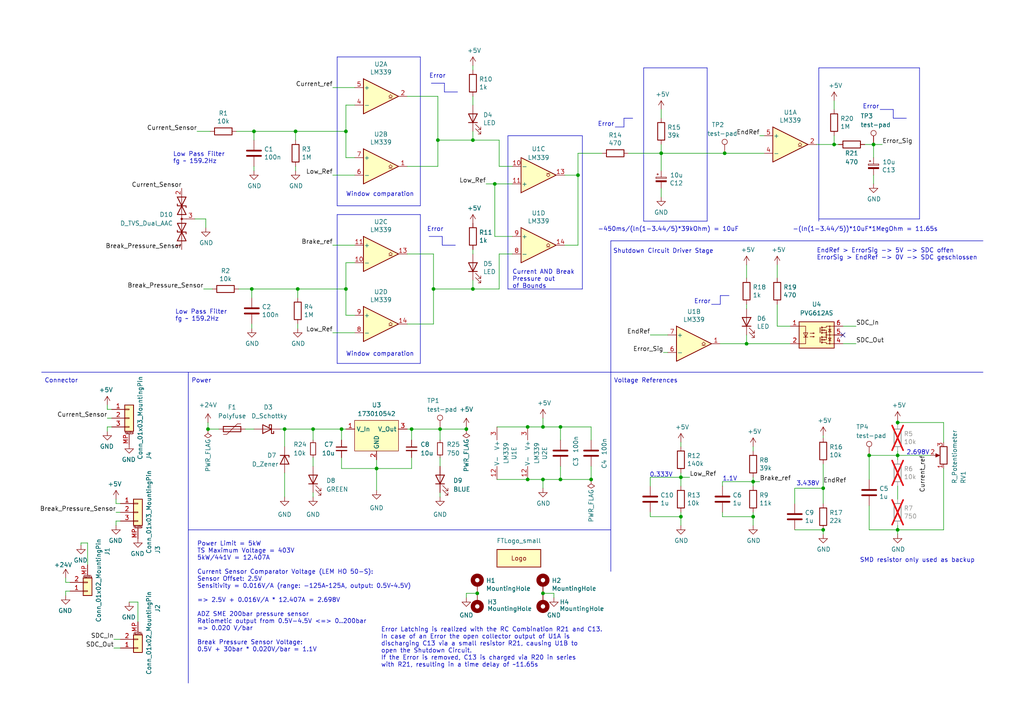
<source format=kicad_sch>
(kicad_sch
	(version 20250114)
	(generator "eeschema")
	(generator_version "9.0")
	(uuid "3b078104-7e9e-4a52-8931-d75a9f32a55c")
	(paper "A4")
	
	(text "EndRef > ErrorSig -> 5V -> SDC offen\nErrorSig > EndRef -> 0V -> SDC geschlossen"
		(exclude_from_sim no)
		(at 236.855 75.565 0)
		(effects
			(font
				(size 1.27 1.27)
			)
			(justify left bottom)
		)
		(uuid "10f3f5c9-2183-433a-9d52-94f6637385de")
	)
	(text "Shutdown Circuit Driver Stage"
		(exclude_from_sim no)
		(at 177.8 73.66 0)
		(effects
			(font
				(size 1.27 1.27)
			)
			(justify left bottom)
		)
		(uuid "2b1581b8-6a82-4a65-ab55-f88d24b7b484")
	)
	(text "0.333V"
		(exclude_from_sim no)
		(at 191.77 137.795 0)
		(effects
			(font
				(size 1.27 1.27)
			)
		)
		(uuid "34b01161-e7a2-4352-a4f0-7946a269658c")
	)
	(text "TODOs:\n- Neue Kondensator für C12 und C13 aussuchen\n- Fuse aussuchen"
		(exclude_from_sim no)
		(at 10.16 216.535 0)
		(effects
			(font
				(size 1.27 1.27)
			)
			(justify left)
		)
		(uuid "3b0709b3-292d-459d-bd2c-67a7fcbe90c8")
	)
	(text "Current AND Break \nPressure out \nof Bounds\n"
		(exclude_from_sim no)
		(at 148.59 83.82 0)
		(effects
			(font
				(size 1.27 1.27)
			)
			(justify left bottom)
		)
		(uuid "4adc31fb-1826-409e-9dba-1546c87cae0b")
	)
	(text "Error"
		(exclude_from_sim no)
		(at 173.355 36.83 0)
		(effects
			(font
				(size 1.27 1.27)
			)
			(justify left bottom)
		)
		(uuid "59753539-28a4-4578-9952-78c4b817b8f6")
	)
	(text "Low Pass Filter\nfg ~ 159.2Hz"
		(exclude_from_sim no)
		(at 50.8 93.345 0)
		(effects
			(font
				(size 1.27 1.27)
			)
			(justify left bottom)
		)
		(uuid "60c39b9c-26db-40e3-997f-85611641af3c")
	)
	(text "Low Pass Filter\nfg ~ 159.2Hz"
		(exclude_from_sim no)
		(at 50.165 47.625 0)
		(effects
			(font
				(size 1.27 1.27)
			)
			(justify left bottom)
		)
		(uuid "61732727-c0f9-45e4-b6ae-68587c0d24ec")
	)
	(text "1.1V"
		(exclude_from_sim no)
		(at 209.55 139.7 0)
		(effects
			(font
				(size 1.27 1.27)
			)
			(justify left bottom)
		)
		(uuid "6217ecae-3787-4ef2-8483-4772c024694e")
	)
	(text "3.438V"
		(exclude_from_sim no)
		(at 234.315 140.335 0)
		(effects
			(font
				(size 1.27 1.27)
			)
		)
		(uuid "62251048-d670-458e-a2c9-09980cd236b2")
	)
	(text "Error"
		(exclude_from_sim no)
		(at 250.19 31.75 0)
		(effects
			(font
				(size 1.27 1.27)
			)
			(justify left bottom)
		)
		(uuid "78a2fbd6-ec96-43e1-8467-53c9840b0276")
	)
	(text "-(ln(1-3.44/5))*10uF*1MegOhm = 11.65s"
		(exclude_from_sim no)
		(at 229.87 67.31 0)
		(effects
			(font
				(size 1.27 1.27)
			)
			(justify left bottom)
		)
		(uuid "7cde2efa-352e-4380-997c-5ba5d8a098c6")
	)
	(text "Voltage References"
		(exclude_from_sim no)
		(at 187.325 110.49 0)
		(effects
			(font
				(size 1.27 1.27)
			)
		)
		(uuid "7f687585-acaa-4d39-b2b7-dc384998fdde")
	)
	(text "Error"
		(exclude_from_sim no)
		(at 201.295 88.265 0)
		(effects
			(font
				(size 1.27 1.27)
			)
			(justify left bottom)
		)
		(uuid "9151a412-0d43-452b-b1d1-8aefe2641d59")
	)
	(text "Window comparation\n"
		(exclude_from_sim no)
		(at 100.33 57.15 0)
		(effects
			(font
				(size 1.27 1.27)
			)
			(justify left bottom)
		)
		(uuid "93ef4fe0-b749-4d9d-8941-8c127c5ae459")
	)
	(text "Error"
		(exclude_from_sim no)
		(at 124.46 22.86 0)
		(effects
			(font
				(size 1.27 1.27)
			)
			(justify left bottom)
		)
		(uuid "9caae028-7f23-4b1f-9b36-ac2d92c94d01")
	)
	(text "2.698V"
		(exclude_from_sim no)
		(at 262.89 132.08 0)
		(effects
			(font
				(size 1.27 1.27)
			)
			(justify left bottom)
		)
		(uuid "9f0b16ba-12e7-4904-aeda-4f98bf2626b8")
	)
	(text "Error"
		(exclude_from_sim no)
		(at 123.825 67.31 0)
		(effects
			(font
				(size 1.27 1.27)
			)
			(justify left bottom)
		)
		(uuid "ade8d90d-0568-4297-a072-387ccfb2ea29")
	)
	(text "SMD resistor only used as backup"
		(exclude_from_sim no)
		(at 266.065 162.56 0)
		(effects
			(font
				(size 1.27 1.27)
			)
		)
		(uuid "b27b6452-9939-40fa-a5f8-f2edbc0850d4")
	)
	(text "Connector"
		(exclude_from_sim no)
		(at 17.78 110.49 0)
		(effects
			(font
				(size 1.27 1.27)
			)
		)
		(uuid "d5e02a24-d354-4087-bb32-34d8baf0ac91")
	)
	(text "Power"
		(exclude_from_sim no)
		(at 58.42 110.49 0)
		(effects
			(font
				(size 1.27 1.27)
			)
		)
		(uuid "e0c52085-32b1-402b-a1ac-2d9bc5a33742")
	)
	(text "Power Limit = 5kW\nTS Maximum Voltage = 403V\n5kW/441V = 12.407A\n\nCurrent Sensor Comparator Voltage (LEM HO 50-S):\nSensor Offset: 2.5V\nSensitivity = 0.016V/A (range: -125A~125A, output: 0.5V~4.5V)\n\n=> 2.5V + 0.016V/A * 12.407A = 2.698V \n\nADZ SME 200bar pressure sensor\nRatiometic output from 0.5V-4.5V <=> 0..200bar\n=> 0.020 V/bar\n\nBreak Pressure Sensor Voltage:\n0.5V + 30bar * 0.020V/bar = 1.1V"
		(exclude_from_sim no)
		(at 57.15 189.23 0)
		(effects
			(font
				(size 1.27 1.27)
			)
			(justify left bottom)
		)
		(uuid "e22ccefc-3300-442e-a43f-6763dc34a4f0")
	)
	(text "-450ms/(ln(1-3.44/5)*39kOhm) = 10uF"
		(exclude_from_sim no)
		(at 173.355 67.31 0)
		(effects
			(font
				(size 1.27 1.27)
			)
			(justify left bottom)
		)
		(uuid "ee684a4e-e295-4f24-b2a3-f758e14c6f97")
	)
	(text "Window comparation"
		(exclude_from_sim no)
		(at 100.33 103.505 0)
		(effects
			(font
				(size 1.27 1.27)
			)
			(justify left bottom)
		)
		(uuid "eebb8b93-58e9-4d24-96e7-ff8e4faf99b4")
	)
	(text "Error Latching is realized with the RC Combination R21 and C13. \nIn case of an Error the open collector output of U1A is \ndischarging C13 via a small resistor R21, causing U1B to\nopen the Shutdown Circuit.\nIf the Error is removed, C13 is charged via R20 in series \nwith R21, resulting in a time delay of ~11.65s"
		(exclude_from_sim no)
		(at 110.49 193.675 0)
		(effects
			(font
				(size 1.27 1.27)
			)
			(justify left bottom)
		)
		(uuid "ff89c4c6-9da4-4591-b17d-a8dddab36438")
	)
	(junction
		(at 191.77 44.45)
		(diameter 0)
		(color 0 0 0 0)
		(uuid "02d690d3-7eb1-424b-a637-f0441c446847")
	)
	(junction
		(at 99.06 124.46)
		(diameter 0)
		(color 0 0 0 0)
		(uuid "0458f8d6-d0c3-458c-8e82-cc444fa3124f")
	)
	(junction
		(at 253.365 41.91)
		(diameter 0)
		(color 0 0 0 0)
		(uuid "06c74d33-22f4-4fde-a3fb-20ca542cd4b0")
	)
	(junction
		(at 157.48 172.085)
		(diameter 0)
		(color 0 0 0 0)
		(uuid "06fb1cbb-f25b-4301-b638-062cf91c8fcd")
	)
	(junction
		(at 197.485 138.43)
		(diameter 0)
		(color 0 0 0 0)
		(uuid "07d68cf4-cf26-494a-ad7d-ef3cd03594e6")
	)
	(junction
		(at 86.36 83.82)
		(diameter 0)
		(color 0 0 0 0)
		(uuid "0c064fd7-ff07-4667-bb75-8391ab6f72b5")
	)
	(junction
		(at 153.035 139.065)
		(diameter 0)
		(color 0 0 0 0)
		(uuid "0c0d150e-e401-4a19-9cc8-b434c5ff2e4c")
	)
	(junction
		(at 260.35 153.67)
		(diameter 0)
		(color 0 0 0 0)
		(uuid "112461c7-b9be-42a9-b362-6021372ba978")
	)
	(junction
		(at 171.45 139.065)
		(diameter 0)
		(color 0 0 0 0)
		(uuid "1798150b-b727-43bf-bb89-8ad75b043c93")
	)
	(junction
		(at 218.44 149.86)
		(diameter 0)
		(color 0 0 0 0)
		(uuid "18bcc3e2-20e2-465e-932d-7d26cac36623")
	)
	(junction
		(at 153.035 123.825)
		(diameter 0)
		(color 0 0 0 0)
		(uuid "1c4342d2-bcf1-4d37-a8c2-8d777f124aa2")
	)
	(junction
		(at 157.48 139.065)
		(diameter 0)
		(color 0 0 0 0)
		(uuid "2f84e17f-2d98-4988-8b9b-c91ff5594bdf")
	)
	(junction
		(at 143.51 53.34)
		(diameter 0)
		(color 0 0 0 0)
		(uuid "30b5ee56-3720-4a2d-9ee0-78d5fbd48af0")
	)
	(junction
		(at 125.73 83.82)
		(diameter 0)
		(color 0 0 0 0)
		(uuid "3368e8f6-165f-48eb-ac32-83cb88e63377")
	)
	(junction
		(at 260.35 132.08)
		(diameter 0)
		(color 0 0 0 0)
		(uuid "43ab5b80-79a9-4b08-b8f6-496557d74bf7")
	)
	(junction
		(at 252.095 132.08)
		(diameter 0)
		(color 0 0 0 0)
		(uuid "44fc85d1-0129-44f6-a7d1-776198683d7c")
	)
	(junction
		(at 127.635 124.46)
		(diameter 0)
		(color 0 0 0 0)
		(uuid "4935f7b4-c7f7-48a5-9121-8ebe77ce7023")
	)
	(junction
		(at 127 40.64)
		(diameter 0)
		(color 0 0 0 0)
		(uuid "4a804cbc-b668-42b2-9234-66b7081b2220")
	)
	(junction
		(at 260.35 122.555)
		(diameter 0)
		(color 0 0 0 0)
		(uuid "4bb7811f-eb59-4730-bf50-2113e6571f32")
	)
	(junction
		(at 90.805 124.46)
		(diameter 0)
		(color 0 0 0 0)
		(uuid "51655b20-c8fa-46dd-b8d8-ed44ee7b58e0")
	)
	(junction
		(at 119.38 124.46)
		(diameter 0)
		(color 0 0 0 0)
		(uuid "548e3987-aa39-4ea0-9f8f-bfa1774b0b92")
	)
	(junction
		(at 138.43 172.085)
		(diameter 0)
		(color 0 0 0 0)
		(uuid "55f4ecea-f517-46db-a8cc-bd98c075fb13")
	)
	(junction
		(at 137.16 40.64)
		(diameter 0)
		(color 0 0 0 0)
		(uuid "59019b33-e5d7-47a5-b697-da92c960d293")
	)
	(junction
		(at 167.64 50.8)
		(diameter 0)
		(color 0 0 0 0)
		(uuid "5d4c51cc-3039-45de-aede-c6f0bf2ba6b8")
	)
	(junction
		(at 241.935 41.91)
		(diameter 0)
		(color 0 0 0 0)
		(uuid "5fd5a07e-a9a3-48ea-88f8-c5d741b0d6b2")
	)
	(junction
		(at 218.44 139.7)
		(diameter 0)
		(color 0 0 0 0)
		(uuid "66aa2089-8ff2-4077-9185-adefd252a2c8")
	)
	(junction
		(at 210.185 44.45)
		(diameter 0)
		(color 0 0 0 0)
		(uuid "73350c8d-7141-4f80-abc3-d3171757ddd2")
	)
	(junction
		(at 238.76 153.67)
		(diameter 0)
		(color 0 0 0 0)
		(uuid "7709efe2-1390-487e-91e6-d8be8132aee9")
	)
	(junction
		(at 162.56 139.065)
		(diameter 0)
		(color 0 0 0 0)
		(uuid "8588352e-a2f9-4b66-95d7-e68f2a9c9038")
	)
	(junction
		(at 73.025 83.82)
		(diameter 0)
		(color 0 0 0 0)
		(uuid "8fa915e0-51c7-444b-8cc2-e8bb066962d7")
	)
	(junction
		(at 85.725 38.1)
		(diameter 0)
		(color 0 0 0 0)
		(uuid "a3688ae8-4672-4a89-af8c-8385ab151417")
	)
	(junction
		(at 60.325 124.46)
		(diameter 0)
		(color 0 0 0 0)
		(uuid "a6c6b364-7bce-4201-95f1-7583ff490abc")
	)
	(junction
		(at 162.56 123.825)
		(diameter 0)
		(color 0 0 0 0)
		(uuid "ae3f1345-5a2d-4f4d-ae05-dcebe084d843")
	)
	(junction
		(at 82.55 124.46)
		(diameter 0)
		(color 0 0 0 0)
		(uuid "be863020-4567-4509-bdcb-56bb803255c4")
	)
	(junction
		(at 157.48 123.825)
		(diameter 0)
		(color 0 0 0 0)
		(uuid "c6621e4e-1941-4ea1-9bfd-ebb879e0a948")
	)
	(junction
		(at 197.485 149.86)
		(diameter 0)
		(color 0 0 0 0)
		(uuid "c80b2f69-626e-4538-a37b-c1e0cbdfd599")
	)
	(junction
		(at 137.16 83.82)
		(diameter 0)
		(color 0 0 0 0)
		(uuid "cd84f5ae-cacc-4b78-9237-e9c6379a489b")
	)
	(junction
		(at 135.255 124.46)
		(diameter 0)
		(color 0 0 0 0)
		(uuid "d0ffe236-7d4f-4569-a5ad-619ee72a59c6")
	)
	(junction
		(at 238.76 141.605)
		(diameter 0)
		(color 0 0 0 0)
		(uuid "d3799bb2-a9db-4f42-8072-f7a4360b3370")
	)
	(junction
		(at 100.33 83.82)
		(diameter 0)
		(color 0 0 0 0)
		(uuid "efc63770-6c1a-4d94-b98e-634a1e24ff45")
	)
	(junction
		(at 100.33 38.1)
		(diameter 0)
		(color 0 0 0 0)
		(uuid "f2fcb01b-f454-47c9-a1b7-a081b24ae0cf")
	)
	(junction
		(at 216.535 99.695)
		(diameter 0)
		(color 0 0 0 0)
		(uuid "fa9d8a9b-57c4-492e-8ec2-e4c36e6342f7")
	)
	(junction
		(at 73.66 38.1)
		(diameter 0)
		(color 0 0 0 0)
		(uuid "fc2323eb-cb28-44c9-bec4-7732f2cd2e68")
	)
	(junction
		(at 109.22 135.89)
		(diameter 0)
		(color 0 0 0 0)
		(uuid "fd0e4892-3053-494b-b2b0-13d651fdaf55")
	)
	(no_connect
		(at 244.475 97.155)
		(uuid "d3ddf772-ea98-490c-bf6e-303d1758f40b")
	)
	(polyline
		(pts
			(xy 97.79 59.69) (xy 97.79 16.51)
		)
		(stroke
			(width 0)
			(type default)
		)
		(uuid "001e511e-de57-4a85-9bab-dd234b1015fa")
	)
	(polyline
		(pts
			(xy 125.095 24.13) (xy 128.905 24.13)
		)
		(stroke
			(width 0)
			(type solid)
		)
		(uuid "0078c7ef-7e33-44d6-b635-4885fd7831ca")
	)
	(wire
		(pts
			(xy 32.385 121.285) (xy 31.115 121.285)
		)
		(stroke
			(width 0)
			(type default)
		)
		(uuid "00b14196-a93a-4f20-b3c2-8e9db93cec6f")
	)
	(wire
		(pts
			(xy 137.16 27.94) (xy 137.16 30.48)
		)
		(stroke
			(width 0)
			(type default)
		)
		(uuid "00dc4daf-f5b5-4889-a6f1-e85d8f7b08c8")
	)
	(wire
		(pts
			(xy 140.97 53.34) (xy 143.51 53.34)
		)
		(stroke
			(width 0)
			(type default)
		)
		(uuid "01f2e5d3-4296-4677-bff4-8d113ba07bd3")
	)
	(wire
		(pts
			(xy 238.76 126.365) (xy 238.76 127)
		)
		(stroke
			(width 0)
			(type default)
		)
		(uuid "024a4d45-f78d-4557-9f62-8f2c4b21d132")
	)
	(wire
		(pts
			(xy 243.205 41.91) (xy 241.935 41.91)
		)
		(stroke
			(width 0)
			(type default)
		)
		(uuid "044387c8-7065-4901-b719-a6c257a2745b")
	)
	(wire
		(pts
			(xy 197.485 149.86) (xy 197.485 152.4)
		)
		(stroke
			(width 0)
			(type default)
		)
		(uuid "0597ed0d-4656-46d5-af17-2d9c89c7fd61")
	)
	(wire
		(pts
			(xy 163.83 71.12) (xy 167.64 71.12)
		)
		(stroke
			(width 0)
			(type default)
		)
		(uuid "061beca8-7fa4-470e-8d52-2be35660c92e")
	)
	(wire
		(pts
			(xy 273.685 153.67) (xy 260.35 153.67)
		)
		(stroke
			(width 0)
			(type default)
		)
		(uuid "0a396313-07ab-4f53-9146-483e6f1547fc")
	)
	(wire
		(pts
			(xy 230.505 141.605) (xy 238.76 141.605)
		)
		(stroke
			(width 0)
			(type default)
		)
		(uuid "0b6bf03c-7b37-4526-b905-aaeacce58b2a")
	)
	(wire
		(pts
			(xy 109.22 133.35) (xy 109.22 135.89)
		)
		(stroke
			(width 0)
			(type default)
		)
		(uuid "0c33e869-acbf-41d4-b086-12b2f47c41f9")
	)
	(wire
		(pts
			(xy 252.095 132.08) (xy 260.35 132.08)
		)
		(stroke
			(width 0)
			(type default)
		)
		(uuid "0cc0b05b-d9e3-468f-b0ec-bb2d7b05cad6")
	)
	(wire
		(pts
			(xy 137.16 83.82) (xy 144.78 83.82)
		)
		(stroke
			(width 0)
			(type default)
		)
		(uuid "0d07fcd0-f92e-413f-ac02-3d86fb67e7ad")
	)
	(wire
		(pts
			(xy 100.33 83.82) (xy 100.33 91.44)
		)
		(stroke
			(width 0)
			(type default)
		)
		(uuid "0d94ae63-5f0d-4821-b883-bd63b5162d65")
	)
	(wire
		(pts
			(xy 137.16 81.28) (xy 137.16 83.82)
		)
		(stroke
			(width 0)
			(type default)
		)
		(uuid "0f223f09-e7ec-4975-a031-a23d16355a82")
	)
	(wire
		(pts
			(xy 144.78 48.26) (xy 144.78 40.64)
		)
		(stroke
			(width 0)
			(type default)
		)
		(uuid "0f8741af-8122-4c88-bec3-b4327e4feb9b")
	)
	(wire
		(pts
			(xy 238.76 134.62) (xy 238.76 141.605)
		)
		(stroke
			(width 0)
			(type default)
		)
		(uuid "10a0b4ae-27da-4447-8abc-2d3ac8f3d620")
	)
	(wire
		(pts
			(xy 191.77 54.61) (xy 191.77 57.15)
		)
		(stroke
			(width 0)
			(type default)
		)
		(uuid "10f1da89-6f6a-46cb-a319-375bc5280e4b")
	)
	(wire
		(pts
			(xy 188.595 149.86) (xy 197.485 149.86)
		)
		(stroke
			(width 0)
			(type default)
		)
		(uuid "120c46a5-1723-47ce-8724-833f29687cb8")
	)
	(polyline
		(pts
			(xy 180.975 34.29) (xy 183.515 34.29)
		)
		(stroke
			(width 0)
			(type solid)
		)
		(uuid "1289eba9-c355-42e3-b3a8-46ea8c858553")
	)
	(wire
		(pts
			(xy 230.505 153.67) (xy 238.76 153.67)
		)
		(stroke
			(width 0)
			(type default)
		)
		(uuid "13eae7a8-c8d4-4a74-a325-219af8799895")
	)
	(wire
		(pts
			(xy 236.855 41.91) (xy 241.935 41.91)
		)
		(stroke
			(width 0)
			(type default)
		)
		(uuid "14034313-28ce-418b-9c1d-68184c5ad3f6")
	)
	(wire
		(pts
			(xy 119.38 124.46) (xy 127.635 124.46)
		)
		(stroke
			(width 0)
			(type default)
		)
		(uuid "1403f7d1-64a3-48fe-90d3-dc853604b652")
	)
	(wire
		(pts
			(xy 191.77 44.45) (xy 191.77 41.91)
		)
		(stroke
			(width 0)
			(type default)
		)
		(uuid "14976ad9-7af3-449e-969a-dabe604db984")
	)
	(wire
		(pts
			(xy 209.55 148.59) (xy 209.55 149.86)
		)
		(stroke
			(width 0)
			(type default)
		)
		(uuid "17abc560-a41b-47dc-ab11-11014fe7bfcc")
	)
	(wire
		(pts
			(xy 157.48 139.065) (xy 162.56 139.065)
		)
		(stroke
			(width 0)
			(type default)
		)
		(uuid "188001dc-f484-4138-a372-50f5ca12ac0c")
	)
	(wire
		(pts
			(xy 127.635 124.46) (xy 127.635 127.635)
		)
		(stroke
			(width 0)
			(type default)
		)
		(uuid "1befc1e9-d449-4d05-affd-ff63fbb6178a")
	)
	(wire
		(pts
			(xy 68.58 38.1) (xy 73.66 38.1)
		)
		(stroke
			(width 0)
			(type default)
		)
		(uuid "1ccafd5e-08c7-4535-b73b-f77c1ba21da5")
	)
	(wire
		(pts
			(xy 244.475 99.695) (xy 248.285 99.695)
		)
		(stroke
			(width 0)
			(type default)
		)
		(uuid "1d0a5ef0-0b22-45f2-9605-f2d62c596f35")
	)
	(wire
		(pts
			(xy 127 40.64) (xy 137.16 40.64)
		)
		(stroke
			(width 0)
			(type default)
		)
		(uuid "1d3861ad-bf1a-4b41-910a-1bcd44423bf6")
	)
	(polyline
		(pts
			(xy 121.92 16.51) (xy 121.92 59.69)
		)
		(stroke
			(width 0)
			(type default)
		)
		(uuid "1eda520c-dec0-4da9-bfcd-5279b8cdac81")
	)
	(wire
		(pts
			(xy 260.35 152.4) (xy 260.35 153.67)
		)
		(stroke
			(width 0)
			(type default)
		)
		(uuid "1ee67f8b-5604-4109-8297-33f5cc49f0fd")
	)
	(wire
		(pts
			(xy 82.55 124.46) (xy 90.805 124.46)
		)
		(stroke
			(width 0)
			(type default)
		)
		(uuid "1f07c4d0-8f68-40c2-aebb-120a9effec3b")
	)
	(wire
		(pts
			(xy 109.22 135.89) (xy 119.38 135.89)
		)
		(stroke
			(width 0)
			(type default)
		)
		(uuid "216fb90c-6f87-40dd-b949-62be97dd97df")
	)
	(wire
		(pts
			(xy 125.73 93.98) (xy 118.11 93.98)
		)
		(stroke
			(width 0)
			(type default)
		)
		(uuid "21d74ba7-2814-4833-9cbb-22ad5d79d3dc")
	)
	(wire
		(pts
			(xy 63.5 124.46) (xy 60.325 124.46)
		)
		(stroke
			(width 0)
			(type default)
		)
		(uuid "21f43952-e581-4625-b646-a8a272a514b9")
	)
	(wire
		(pts
			(xy 253.365 41.91) (xy 253.365 45.72)
		)
		(stroke
			(width 0)
			(type default)
		)
		(uuid "22d99b63-8bea-48c9-98e6-eda12c7977f1")
	)
	(polyline
		(pts
			(xy 237.49 63.5) (xy 266.7 63.5)
		)
		(stroke
			(width 0)
			(type default)
		)
		(uuid "236a00e1-e639-44d1-a1d4-60cd441d82e9")
	)
	(wire
		(pts
			(xy 73.66 48.26) (xy 73.66 49.53)
		)
		(stroke
			(width 0)
			(type default)
		)
		(uuid "25e092fc-deed-47a1-b6a0-7cdef9fd2396")
	)
	(polyline
		(pts
			(xy 206.375 88.265) (xy 208.915 88.265)
		)
		(stroke
			(width 0)
			(type solid)
		)
		(uuid "27d993d8-7612-42b8-aff0-342c28898a00")
	)
	(polyline
		(pts
			(xy 128.905 26.67) (xy 132.715 26.67)
		)
		(stroke
			(width 0)
			(type solid)
		)
		(uuid "2876d16e-097a-47f2-b487-a17ed0f36d5f")
	)
	(wire
		(pts
			(xy 241.935 29.21) (xy 241.935 31.75)
		)
		(stroke
			(width 0)
			(type default)
		)
		(uuid "2a493b31-a13a-4aed-a683-bea3c889beb0")
	)
	(wire
		(pts
			(xy 85.725 40.64) (xy 85.725 38.1)
		)
		(stroke
			(width 0)
			(type default)
		)
		(uuid "2a831477-d633-447d-8624-5be1b843e471")
	)
	(wire
		(pts
			(xy 86.36 83.82) (xy 100.33 83.82)
		)
		(stroke
			(width 0)
			(type default)
		)
		(uuid "2a944ed6-4ad9-4711-8528-f6dda82d3d91")
	)
	(polyline
		(pts
			(xy 54.61 107.95) (xy 54.61 198.12)
		)
		(stroke
			(width 0)
			(type default)
		)
		(uuid "2b9bbbcf-3e95-4bba-a878-0c0c16d5b02d")
	)
	(wire
		(pts
			(xy 218.44 139.7) (xy 218.44 140.97)
		)
		(stroke
			(width 0)
			(type default)
		)
		(uuid "2d095b22-d27f-410c-80cb-80e19a581eff")
	)
	(wire
		(pts
			(xy 118.11 27.94) (xy 127 27.94)
		)
		(stroke
			(width 0)
			(type default)
		)
		(uuid "3013cdc8-80db-42e1-8d05-754e7cdf0f06")
	)
	(wire
		(pts
			(xy 34.925 146.05) (xy 33.655 146.05)
		)
		(stroke
			(width 0)
			(type default)
		)
		(uuid "3014a030-2b92-4ea9-aa44-389b15d5c7c4")
	)
	(wire
		(pts
			(xy 20.32 168.91) (xy 19.05 168.91)
		)
		(stroke
			(width 0)
			(type default)
		)
		(uuid "31f2526e-be2e-443d-bd80-493dc079c3f1")
	)
	(wire
		(pts
			(xy 99.06 124.46) (xy 99.06 127.635)
		)
		(stroke
			(width 0)
			(type default)
		)
		(uuid "33105f4b-f47b-4119-aa7e-e2906461987f")
	)
	(polyline
		(pts
			(xy 128.905 24.13) (xy 128.905 26.67)
		)
		(stroke
			(width 0)
			(type solid)
		)
		(uuid "3639d1d8-9a8b-4479-9419-0bbf03c83844")
	)
	(wire
		(pts
			(xy 148.59 48.26) (xy 144.78 48.26)
		)
		(stroke
			(width 0)
			(type default)
		)
		(uuid "39d81bf0-761a-4c95-a8ea-2b60e098a8f2")
	)
	(wire
		(pts
			(xy 90.805 132.715) (xy 90.805 135.255)
		)
		(stroke
			(width 0)
			(type default)
		)
		(uuid "3b94f7cc-1bbe-4f9e-9bf5-f9c0f6183298")
	)
	(wire
		(pts
			(xy 225.425 94.615) (xy 229.235 94.615)
		)
		(stroke
			(width 0)
			(type default)
		)
		(uuid "3d001dc4-94bc-4f7e-950c-757374016f54")
	)
	(wire
		(pts
			(xy 127.635 142.875) (xy 127.635 144.145)
		)
		(stroke
			(width 0)
			(type default)
		)
		(uuid "3d868ad1-914e-4bbc-8c72-aa09bdf2f744")
	)
	(wire
		(pts
			(xy 90.805 124.46) (xy 90.805 127.635)
		)
		(stroke
			(width 0)
			(type default)
		)
		(uuid "3dc14943-d1aa-4203-b279-84ace039c92e")
	)
	(wire
		(pts
			(xy 216.535 88.265) (xy 216.535 89.535)
		)
		(stroke
			(width 0)
			(type default)
		)
		(uuid "3dd28df5-363b-4563-91b9-3a214c0a7204")
	)
	(wire
		(pts
			(xy 137.16 40.64) (xy 144.78 40.64)
		)
		(stroke
			(width 0)
			(type default)
		)
		(uuid "4063ed0f-5e2f-4106-900d-656097b1ea94")
	)
	(wire
		(pts
			(xy 143.51 68.58) (xy 148.59 68.58)
		)
		(stroke
			(width 0)
			(type default)
		)
		(uuid "45bd3f3d-f7b4-4793-8d20-9cfb29ce164c")
	)
	(polyline
		(pts
			(xy 168.91 39.37) (xy 168.91 83.82)
		)
		(stroke
			(width 0)
			(type default)
		)
		(uuid "464696f4-8924-40b8-9f30-3aac5ba7902e")
	)
	(wire
		(pts
			(xy 33.655 152.4) (xy 33.655 151.13)
		)
		(stroke
			(width 0)
			(type default)
		)
		(uuid "4651fa25-82b9-44b9-8981-909315c2b2fb")
	)
	(wire
		(pts
			(xy 59.055 83.82) (xy 61.595 83.82)
		)
		(stroke
			(width 0)
			(type default)
		)
		(uuid "46a97759-619f-44ab-a056-49f30ef50f47")
	)
	(wire
		(pts
			(xy 218.44 138.43) (xy 218.44 139.7)
		)
		(stroke
			(width 0)
			(type default)
		)
		(uuid "48c4fc06-0c85-48af-b2cf-6878e20db610")
	)
	(wire
		(pts
			(xy 32.385 123.825) (xy 31.115 123.825)
		)
		(stroke
			(width 0)
			(type default)
		)
		(uuid "4a443806-848f-44d8-8c49-e628577502b9")
	)
	(wire
		(pts
			(xy 188.595 97.155) (xy 193.675 97.155)
		)
		(stroke
			(width 0)
			(type default)
		)
		(uuid "4c9e552f-8ede-4c66-8d24-025ae040e7ad")
	)
	(polyline
		(pts
			(xy 121.92 59.69) (xy 97.79 59.69)
		)
		(stroke
			(width 0)
			(type default)
		)
		(uuid "4f5d1f21-ccd7-4ff7-a7bc-9fd9e11790a9")
	)
	(polyline
		(pts
			(xy 259.08 34.29) (xy 262.89 34.29)
		)
		(stroke
			(width 0)
			(type solid)
		)
		(uuid "4fbd31df-b708-475e-88d1-cf11f1d86d67")
	)
	(wire
		(pts
			(xy 260.35 132.08) (xy 269.875 132.08)
		)
		(stroke
			(width 0)
			(type default)
		)
		(uuid "512b2b08-f402-4cc7-87ce-98dcdc1e29b9")
	)
	(polyline
		(pts
			(xy 147.32 39.37) (xy 147.32 83.82)
		)
		(stroke
			(width 0)
			(type default)
		)
		(uuid "5373489d-609a-44ad-8d47-ae922f4f39b0")
	)
	(polyline
		(pts
			(xy 205.105 19.685) (xy 186.69 19.685)
		)
		(stroke
			(width 0)
			(type default)
		)
		(uuid "54f404ca-28f7-4fed-87e6-df6bdf53b8bf")
	)
	(polyline
		(pts
			(xy 97.79 62.23) (xy 121.92 62.23)
		)
		(stroke
			(width 0)
			(type default)
		)
		(uuid "588a8328-0c06-43ea-ba0a-a9a5875263e7")
	)
	(wire
		(pts
			(xy 73.025 93.98) (xy 73.025 95.25)
		)
		(stroke
			(width 0)
			(type default)
		)
		(uuid "58ce2a38-3c32-4467-8882-267205ef6cce")
	)
	(wire
		(pts
			(xy 125.73 83.82) (xy 125.73 93.98)
		)
		(stroke
			(width 0)
			(type default)
		)
		(uuid "5a23084a-1682-40a1-8b13-4820af964169")
	)
	(polyline
		(pts
			(xy 128.27 68.58) (xy 128.27 71.12)
		)
		(stroke
			(width 0)
			(type solid)
		)
		(uuid "5b6279b8-3d2b-46e6-afb2-6b2a6fb38bbd")
	)
	(wire
		(pts
			(xy 96.52 96.52) (xy 102.87 96.52)
		)
		(stroke
			(width 0)
			(type default)
		)
		(uuid "5c6ed078-a2bc-403a-9b34-0d133236d753")
	)
	(polyline
		(pts
			(xy 121.92 105.41) (xy 97.79 105.41)
		)
		(stroke
			(width 0)
			(type default)
		)
		(uuid "5c70cea8-9769-415b-bcc7-f8bb41a0c9b2")
	)
	(wire
		(pts
			(xy 59.69 63.5) (xy 56.515 63.5)
		)
		(stroke
			(width 0)
			(type default)
		)
		(uuid "5f4cd65c-e6b0-4c31-ae3d-9d27e7f64832")
	)
	(wire
		(pts
			(xy 127 40.64) (xy 127 27.94)
		)
		(stroke
			(width 0)
			(type default)
		)
		(uuid "600bbab9-7f19-4ea4-b617-73b78b70e2c1")
	)
	(wire
		(pts
			(xy 137.16 19.05) (xy 137.16 20.32)
		)
		(stroke
			(width 0)
			(type default)
		)
		(uuid "601b497d-e5df-4108-a523-828b4551291e")
	)
	(wire
		(pts
			(xy 260.35 122.555) (xy 273.685 122.555)
		)
		(stroke
			(width 0)
			(type default)
		)
		(uuid "609f1ec7-9cce-4499-900e-512147397fb4")
	)
	(wire
		(pts
			(xy 260.35 140.97) (xy 260.35 144.78)
		)
		(stroke
			(width 0)
			(type default)
		)
		(uuid "62de040a-9468-466e-bf45-b1f612f34b5d")
	)
	(wire
		(pts
			(xy 252.095 153.67) (xy 260.35 153.67)
		)
		(stroke
			(width 0)
			(type default)
		)
		(uuid "641ade85-6bbd-4eba-99a2-1461307da5c0")
	)
	(wire
		(pts
			(xy 90.805 142.875) (xy 90.805 144.145)
		)
		(stroke
			(width 0)
			(type default)
		)
		(uuid "649d226e-d908-4fb5-8991-0af73607b009")
	)
	(wire
		(pts
			(xy 96.52 71.12) (xy 102.87 71.12)
		)
		(stroke
			(width 0)
			(type default)
		)
		(uuid "64be79ff-65eb-4a3a-bf4b-f5e204971850")
	)
	(wire
		(pts
			(xy 210.185 44.45) (xy 221.615 44.45)
		)
		(stroke
			(width 0)
			(type default)
		)
		(uuid "6abcf0e1-bc51-4895-8d1d-d9053c606b20")
	)
	(wire
		(pts
			(xy 81.28 124.46) (xy 82.55 124.46)
		)
		(stroke
			(width 0)
			(type default)
		)
		(uuid "6edfb8a9-8cc9-42e4-8258-00d0e8e0202c")
	)
	(wire
		(pts
			(xy 102.87 76.2) (xy 100.33 76.2)
		)
		(stroke
			(width 0)
			(type default)
		)
		(uuid "708aa86d-bf05-4c57-aaae-6df603e15a2e")
	)
	(wire
		(pts
			(xy 118.11 124.46) (xy 119.38 124.46)
		)
		(stroke
			(width 0)
			(type default)
		)
		(uuid "7097e522-77cd-43b1-8ac8-1ba3b7f41191")
	)
	(polyline
		(pts
			(xy 147.32 83.82) (xy 168.91 83.82)
		)
		(stroke
			(width 0)
			(type default)
		)
		(uuid "70f2f59e-d26a-4945-859b-cb890c9d15da")
	)
	(wire
		(pts
			(xy 216.535 99.695) (xy 208.915 99.695)
		)
		(stroke
			(width 0)
			(type default)
		)
		(uuid "71feb915-488e-4dff-851c-13304d9e648c")
	)
	(wire
		(pts
			(xy 188.595 138.43) (xy 188.595 140.97)
		)
		(stroke
			(width 0)
			(type default)
		)
		(uuid "736337ad-7c35-4001-ba96-09066e183edd")
	)
	(wire
		(pts
			(xy 73.025 83.82) (xy 86.36 83.82)
		)
		(stroke
			(width 0)
			(type default)
		)
		(uuid "738d50ac-2592-4f26-bae9-6debec8e4e85")
	)
	(polyline
		(pts
			(xy 180.975 36.83) (xy 180.975 34.29)
		)
		(stroke
			(width 0)
			(type solid)
		)
		(uuid "74fbde27-3525-488a-8484-501309e98b13")
	)
	(wire
		(pts
			(xy 96.52 25.4) (xy 102.87 25.4)
		)
		(stroke
			(width 0)
			(type default)
		)
		(uuid "7641fc4e-3dd4-4bd7-b699-8138af94aa90")
	)
	(polyline
		(pts
			(xy 186.69 19.685) (xy 186.69 64.135)
		)
		(stroke
			(width 0)
			(type default)
		)
		(uuid "7674f190-796f-4bd8-85c0-1bec074adfdb")
	)
	(polyline
		(pts
			(xy 97.79 105.41) (xy 97.79 62.23)
		)
		(stroke
			(width 0)
			(type default)
		)
		(uuid "7766a5db-d545-4a0c-beb1-8abcda00e205")
	)
	(wire
		(pts
			(xy 100.33 45.72) (xy 102.87 45.72)
		)
		(stroke
			(width 0)
			(type default)
		)
		(uuid "7844f367-70a2-40d8-ba8f-ff033f5d6977")
	)
	(wire
		(pts
			(xy 60.325 124.46) (xy 60.325 122.555)
		)
		(stroke
			(width 0)
			(type default)
		)
		(uuid "7ad9f868-8fb2-4e1d-9f5f-2a059a17f32a")
	)
	(wire
		(pts
			(xy 209.55 139.7) (xy 209.55 140.97)
		)
		(stroke
			(width 0)
			(type default)
		)
		(uuid "7c5f0b29-5814-4f07-a24f-06b2f0303fa8")
	)
	(polyline
		(pts
			(xy 186.69 64.135) (xy 205.105 64.135)
		)
		(stroke
			(width 0)
			(type default)
		)
		(uuid "7d1887cf-0537-4b67-b1d3-7fbdeffeca64")
	)
	(wire
		(pts
			(xy 73.66 38.1) (xy 73.66 40.64)
		)
		(stroke
			(width 0)
			(type default)
		)
		(uuid "7f0b9979-b71e-485b-b4f5-832749647b9d")
	)
	(wire
		(pts
			(xy 248.285 94.615) (xy 244.475 94.615)
		)
		(stroke
			(width 0)
			(type default)
		)
		(uuid "806ed57f-a53b-4b4b-a18a-0a4cc392cc84")
	)
	(wire
		(pts
			(xy 157.48 121.285) (xy 157.48 123.825)
		)
		(stroke
			(width 0)
			(type default)
		)
		(uuid "80eb8b13-ad1d-4b8d-b97d-32b9bd5b67c4")
	)
	(wire
		(pts
			(xy 197.485 128.27) (xy 197.485 129.54)
		)
		(stroke
			(width 0)
			(type default)
		)
		(uuid "853f63b4-82c5-4d12-b58d-488e3212b24c")
	)
	(wire
		(pts
			(xy 157.48 123.825) (xy 162.56 123.825)
		)
		(stroke
			(width 0)
			(type default)
		)
		(uuid "8543a557-ae40-469a-91bc-7ee90405d181")
	)
	(wire
		(pts
			(xy 238.76 153.67) (xy 238.76 154.94)
		)
		(stroke
			(width 0)
			(type default)
		)
		(uuid "86875330-ff76-4e25-b30a-1817080df15f")
	)
	(wire
		(pts
			(xy 153.035 123.825) (xy 157.48 123.825)
		)
		(stroke
			(width 0)
			(type default)
		)
		(uuid "87df2899-3b9e-436c-8917-6fee4ae4eb3d")
	)
	(wire
		(pts
			(xy 144.145 123.825) (xy 153.035 123.825)
		)
		(stroke
			(width 0)
			(type default)
		)
		(uuid "882ccace-32df-4a77-99db-1439be4f6f64")
	)
	(wire
		(pts
			(xy 99.06 132.715) (xy 99.06 135.89)
		)
		(stroke
			(width 0)
			(type default)
		)
		(uuid "88ff9093-8d75-4c2b-bf8f-3c46a5df128a")
	)
	(wire
		(pts
			(xy 167.64 50.8) (xy 163.83 50.8)
		)
		(stroke
			(width 0)
			(type default)
		)
		(uuid "8a491fca-e998-4b94-b713-5a1667b2c7c2")
	)
	(wire
		(pts
			(xy 218.44 149.86) (xy 218.44 152.4)
		)
		(stroke
			(width 0)
			(type default)
		)
		(uuid "8ad2b125-cd02-4535-9a5d-631b96e88032")
	)
	(wire
		(pts
			(xy 162.56 123.825) (xy 171.45 123.825)
		)
		(stroke
			(width 0)
			(type default)
		)
		(uuid "8ba55fb3-8db2-4277-884f-2bce1355cf54")
	)
	(polyline
		(pts
			(xy 178.435 36.83) (xy 180.975 36.83)
		)
		(stroke
			(width 0)
			(type solid)
		)
		(uuid "8c457f7f-b5f6-466d-bea8-12b38b608338")
	)
	(polyline
		(pts
			(xy 266.7 19.685) (xy 266.7 63.5)
		)
		(stroke
			(width 0)
			(type default)
		)
		(uuid "8cc23b6a-73fd-4c95-9e74-84ea83042d6b")
	)
	(wire
		(pts
			(xy 273.685 135.89) (xy 273.685 153.67)
		)
		(stroke
			(width 0)
			(type default)
		)
		(uuid "8d898212-f734-461b-a672-bc2f933ef973")
	)
	(wire
		(pts
			(xy 32.385 118.745) (xy 31.115 118.745)
		)
		(stroke
			(width 0)
			(type default)
		)
		(uuid "8da7390e-b891-4d83-a231-b46390bf5713")
	)
	(wire
		(pts
			(xy 34.925 151.13) (xy 33.655 151.13)
		)
		(stroke
			(width 0)
			(type default)
		)
		(uuid "8eb885ec-27fa-40d7-bf51-33e42fe3bf01")
	)
	(wire
		(pts
			(xy 225.425 76.835) (xy 225.425 80.645)
		)
		(stroke
			(width 0)
			(type default)
		)
		(uuid "8f57bc11-c785-4fc6-81a2-3383b86a612b")
	)
	(wire
		(pts
			(xy 99.06 124.46) (xy 100.33 124.46)
		)
		(stroke
			(width 0)
			(type default)
		)
		(uuid "8fcb4e5c-ba40-48d6-be53-57fe310f184e")
	)
	(wire
		(pts
			(xy 216.535 97.155) (xy 216.535 99.695)
		)
		(stroke
			(width 0)
			(type default)
		)
		(uuid "906e4ff9-665e-4cb5-80e5-8ca2e618c4bc")
	)
	(wire
		(pts
			(xy 40.005 174.625) (xy 40.005 180.34)
		)
		(stroke
			(width 0)
			(type default)
		)
		(uuid "9101f307-16cc-4e41-8cdb-c12754a539c1")
	)
	(wire
		(pts
			(xy 218.44 148.59) (xy 218.44 149.86)
		)
		(stroke
			(width 0)
			(type default)
		)
		(uuid "914a66dd-0116-4f07-8d31-a37f9d606019")
	)
	(wire
		(pts
			(xy 69.215 83.82) (xy 73.025 83.82)
		)
		(stroke
			(width 0)
			(type default)
		)
		(uuid "91fc3c78-9d36-44f1-b514-a962c809ec34")
	)
	(wire
		(pts
			(xy 250.825 41.91) (xy 253.365 41.91)
		)
		(stroke
			(width 0)
			(type default)
		)
		(uuid "9234c646-e20a-4593-af6b-c8a5dcbd51d4")
	)
	(wire
		(pts
			(xy 197.485 138.43) (xy 197.485 140.97)
		)
		(stroke
			(width 0)
			(type default)
		)
		(uuid "92dc6f5e-25a3-4bfb-9fb3-ddb92ce66627")
	)
	(wire
		(pts
			(xy 218.44 139.7) (xy 209.55 139.7)
		)
		(stroke
			(width 0)
			(type default)
		)
		(uuid "934cb7ad-0508-46fb-a83e-985e00564717")
	)
	(polyline
		(pts
			(xy 147.32 39.37) (xy 168.91 39.37)
		)
		(stroke
			(width 0)
			(type default)
		)
		(uuid "93565e28-e235-4fc4-803a-3acf4d72ffc5")
	)
	(polyline
		(pts
			(xy 177.165 69.85) (xy 285.115 69.85)
		)
		(stroke
			(width 0)
			(type default)
		)
		(uuid "94013b7a-59a0-4273-90bc-da95c8db1a0c")
	)
	(wire
		(pts
			(xy 85.725 48.26) (xy 85.725 49.53)
		)
		(stroke
			(width 0)
			(type default)
		)
		(uuid "943907ec-586e-4127-a3bd-bb7bd746b2d3")
	)
	(wire
		(pts
			(xy 143.51 53.34) (xy 148.59 53.34)
		)
		(stroke
			(width 0)
			(type default)
		)
		(uuid "9542ce02-813b-4f41-8521-f5b253987a24")
	)
	(wire
		(pts
			(xy 90.805 124.46) (xy 99.06 124.46)
		)
		(stroke
			(width 0)
			(type default)
		)
		(uuid "97543a4a-ef34-45d2-9b8b-e833e35302fa")
	)
	(wire
		(pts
			(xy 125.73 73.66) (xy 125.73 83.82)
		)
		(stroke
			(width 0)
			(type default)
		)
		(uuid "97b637c1-55ad-484e-9ddb-95fa03b2b2cd")
	)
	(wire
		(pts
			(xy 229.235 99.695) (xy 216.535 99.695)
		)
		(stroke
			(width 0)
			(type default)
		)
		(uuid "9821d49b-effc-45f5-87d4-20e5551537f3")
	)
	(wire
		(pts
			(xy 191.77 44.45) (xy 191.77 49.53)
		)
		(stroke
			(width 0)
			(type default)
		)
		(uuid "987080df-e9b2-4df6-8bf5-1fe9f4284f23")
	)
	(wire
		(pts
			(xy 33.655 144.78) (xy 33.655 146.05)
		)
		(stroke
			(width 0)
			(type default)
		)
		(uuid "98de0a24-2348-4676-82fa-239c195769a6")
	)
	(polyline
		(pts
			(xy 255.27 31.75) (xy 259.08 31.75)
		)
		(stroke
			(width 0)
			(type solid)
		)
		(uuid "992f07d9-bfd1-47c8-92dd-80a567d43861")
	)
	(wire
		(pts
			(xy 273.685 122.555) (xy 273.685 128.27)
		)
		(stroke
			(width 0)
			(type default)
		)
		(uuid "9d5be662-a22d-4c9f-864d-9b9835ca92b2")
	)
	(wire
		(pts
			(xy 73.025 86.36) (xy 73.025 83.82)
		)
		(stroke
			(width 0)
			(type default)
		)
		(uuid "9e1fbc47-56c3-42b0-a174-79ac5cca7685")
	)
	(wire
		(pts
			(xy 96.52 50.8) (xy 102.87 50.8)
		)
		(stroke
			(width 0)
			(type default)
		)
		(uuid "9e2c6809-1d8f-46b8-8348-21fb1272bdd2")
	)
	(wire
		(pts
			(xy 171.45 135.255) (xy 171.45 139.065)
		)
		(stroke
			(width 0)
			(type default)
		)
		(uuid "9e6fa4d7-7609-4713-99d3-81a086429362")
	)
	(polyline
		(pts
			(xy 237.49 19.685) (xy 237.49 64.135)
		)
		(stroke
			(width 0)
			(type default)
		)
		(uuid "a13d3e97-e748-4a06-b00e-228fb37c0b0c")
	)
	(wire
		(pts
			(xy 255.905 41.91) (xy 253.365 41.91)
		)
		(stroke
			(width 0)
			(type default)
		)
		(uuid "a1ce4b15-5b1d-480f-b785-f15e18b0c41a")
	)
	(wire
		(pts
			(xy 218.44 129.54) (xy 218.44 130.81)
		)
		(stroke
			(width 0)
			(type default)
		)
		(uuid "a32e9ec3-b492-49f9-bf81-141e733acc59")
	)
	(wire
		(pts
			(xy 191.77 44.45) (xy 210.185 44.45)
		)
		(stroke
			(width 0)
			(type default)
		)
		(uuid "a3a1f9cd-fd2c-4c52-a45c-962ccbed39da")
	)
	(wire
		(pts
			(xy 253.365 50.8) (xy 253.365 53.34)
		)
		(stroke
			(width 0)
			(type default)
		)
		(uuid "a45af401-2a54-433a-8bb0-d87b8bf11820")
	)
	(wire
		(pts
			(xy 100.33 91.44) (xy 102.87 91.44)
		)
		(stroke
			(width 0)
			(type default)
		)
		(uuid "a4f76639-f23b-4da3-af7c-8e6513ca1ae9")
	)
	(polyline
		(pts
			(xy 266.7 19.685) (xy 237.49 19.685)
		)
		(stroke
			(width 0)
			(type default)
		)
		(uuid "a5de92f8-016f-4396-9a5a-cd4ea2049f22")
	)
	(wire
		(pts
			(xy 119.38 132.715) (xy 119.38 135.89)
		)
		(stroke
			(width 0)
			(type default)
		)
		(uuid "a7b8884f-7447-486d-b5d1-96f4310fafe2")
	)
	(wire
		(pts
			(xy 85.725 38.1) (xy 100.33 38.1)
		)
		(stroke
			(width 0)
			(type default)
		)
		(uuid "a83a7d88-3c8a-485e-9470-8add6b9883f6")
	)
	(polyline
		(pts
			(xy 208.915 88.265) (xy 208.915 85.725)
		)
		(stroke
			(width 0)
			(type solid)
		)
		(uuid "a89d5ac0-a70f-4cef-8759-19d96198a822")
	)
	(wire
		(pts
			(xy 59.69 66.04) (xy 59.69 63.5)
		)
		(stroke
			(width 0)
			(type default)
		)
		(uuid "a96d972a-da97-4415-a074-376abc811d0f")
	)
	(wire
		(pts
			(xy 230.505 146.05) (xy 230.505 141.605)
		)
		(stroke
			(width 0)
			(type default)
		)
		(uuid "a9ec6472-216d-49ff-a6bc-31da70717e3d")
	)
	(wire
		(pts
			(xy 23.495 157.48) (xy 23.495 158.115)
		)
		(stroke
			(width 0)
			(type default)
		)
		(uuid "aa1ff7c7-b73b-4749-9cd4-e961742f41be")
	)
	(wire
		(pts
			(xy 220.345 139.7) (xy 218.44 139.7)
		)
		(stroke
			(width 0)
			(type default)
		)
		(uuid "ab49f29c-39ad-43db-86b1-bf207d76c9d5")
	)
	(wire
		(pts
			(xy 160.655 172.085) (xy 160.655 173.355)
		)
		(stroke
			(width 0)
			(type default)
		)
		(uuid "ac7c2b66-82fb-4e9f-ba45-401b407475b4")
	)
	(wire
		(pts
			(xy 100.33 76.2) (xy 100.33 83.82)
		)
		(stroke
			(width 0)
			(type default)
		)
		(uuid "ae971fb3-2817-4c08-a70b-777a233fc7cf")
	)
	(wire
		(pts
			(xy 241.935 41.91) (xy 241.935 39.37)
		)
		(stroke
			(width 0)
			(type default)
		)
		(uuid "af60606b-1a3b-4f47-ac5a-d905f60070e3")
	)
	(wire
		(pts
			(xy 73.66 38.1) (xy 85.725 38.1)
		)
		(stroke
			(width 0)
			(type default)
		)
		(uuid "af8ed89e-fc0b-4539-b838-151d99950cc9")
	)
	(polyline
		(pts
			(xy 259.08 31.75) (xy 259.08 34.29)
		)
		(stroke
			(width 0)
			(type solid)
		)
		(uuid "b0105d6e-ad79-448c-811c-b9c50515ed82")
	)
	(wire
		(pts
			(xy 153.035 139.065) (xy 157.48 139.065)
		)
		(stroke
			(width 0)
			(type default)
		)
		(uuid "b1ec9677-7456-495d-b26b-857c7a83de7a")
	)
	(wire
		(pts
			(xy 125.73 83.82) (xy 137.16 83.82)
		)
		(stroke
			(width 0)
			(type default)
		)
		(uuid "b36c1c77-4324-4ac9-af1a-9644ebca8a09")
	)
	(polyline
		(pts
			(xy 128.27 71.12) (xy 132.08 71.12)
		)
		(stroke
			(width 0)
			(type solid)
		)
		(uuid "b4b97b05-999c-41bf-846e-6c611bd1665f")
	)
	(wire
		(pts
			(xy 33.02 187.96) (xy 34.925 187.96)
		)
		(stroke
			(width 0)
			(type default)
		)
		(uuid "b8849807-a4aa-41c1-b5b9-9442de13299f")
	)
	(wire
		(pts
			(xy 82.55 137.16) (xy 82.55 144.145)
		)
		(stroke
			(width 0)
			(type default)
		)
		(uuid "b88bd020-e3af-4d73-8aec-7540cb3b32a1")
	)
	(polyline
		(pts
			(xy 177.165 107.95) (xy 177.165 165.735)
		)
		(stroke
			(width 0)
			(type default)
		)
		(uuid "ba4602b7-f4a4-43ac-89f2-d8277c0efd09")
	)
	(wire
		(pts
			(xy 260.35 121.92) (xy 260.35 122.555)
		)
		(stroke
			(width 0)
			(type default)
		)
		(uuid "bbbff29a-ae16-4b41-becc-61b6b42fa612")
	)
	(wire
		(pts
			(xy 162.56 135.255) (xy 162.56 139.065)
		)
		(stroke
			(width 0)
			(type default)
		)
		(uuid "bd16bd3c-f77a-4584-97bd-2614cb5966b7")
	)
	(wire
		(pts
			(xy 260.35 132.08) (xy 260.35 133.35)
		)
		(stroke
			(width 0)
			(type default)
		)
		(uuid "bd341905-8aea-402e-86b6-2bec47e27b75")
	)
	(polyline
		(pts
			(xy 208.915 85.725) (xy 211.455 85.725)
		)
		(stroke
			(width 0)
			(type solid)
		)
		(uuid "c0ba2a5d-e637-47d8-9bed-0ffe9dba56dc")
	)
	(wire
		(pts
			(xy 20.32 171.45) (xy 19.05 171.45)
		)
		(stroke
			(width 0)
			(type default)
		)
		(uuid "c0d117c9-e4a4-4254-9e2f-f4600d0b0e15")
	)
	(polyline
		(pts
			(xy 12.065 107.95) (xy 285.115 107.95)
		)
		(stroke
			(width 0)
			(type default)
		)
		(uuid "c2d47e65-9190-4c2d-9bd2-8a784b8570e3")
	)
	(wire
		(pts
			(xy 135.255 172.085) (xy 135.255 173.355)
		)
		(stroke
			(width 0)
			(type default)
		)
		(uuid "c33972ea-ed54-4d66-90cd-411d4a413b42")
	)
	(wire
		(pts
			(xy 188.595 138.43) (xy 197.485 138.43)
		)
		(stroke
			(width 0)
			(type default)
		)
		(uuid "c413a890-f4a6-49ef-a63f-ac82e8ae0932")
	)
	(wire
		(pts
			(xy 99.06 135.89) (xy 109.22 135.89)
		)
		(stroke
			(width 0)
			(type default)
		)
		(uuid "c750e2e6-4e53-4314-8c81-75ec0757e350")
	)
	(wire
		(pts
			(xy 19.05 171.45) (xy 19.05 172.72)
		)
		(stroke
			(width 0)
			(type default)
		)
		(uuid "c7cb71a6-27ac-48be-adbf-673e11bb5f21")
	)
	(wire
		(pts
			(xy 209.55 149.86) (xy 218.44 149.86)
		)
		(stroke
			(width 0)
			(type default)
		)
		(uuid "c8e4c482-64f9-431e-ac00-7aa687b26bec")
	)
	(wire
		(pts
			(xy 220.345 39.37) (xy 221.615 39.37)
		)
		(stroke
			(width 0)
			(type default)
		)
		(uuid "c8ee4881-36e0-4ef1-93f6-4460695e1ed3")
	)
	(polyline
		(pts
			(xy 177.165 107.95) (xy 177.165 69.85)
		)
		(stroke
			(width 0)
			(type default)
		)
		(uuid "c91ab8bb-46af-4bfc-95de-ec40ee5f0bfa")
	)
	(wire
		(pts
			(xy 31.115 125.095) (xy 31.115 123.825)
		)
		(stroke
			(width 0)
			(type default)
		)
		(uuid "c9c842fc-301a-417a-9552-3e69cc4ae5ef")
	)
	(wire
		(pts
			(xy 260.35 154.94) (xy 260.35 153.67)
		)
		(stroke
			(width 0)
			(type default)
		)
		(uuid "cc443ab3-f10a-4b76-893d-fbb0f6ea01cb")
	)
	(wire
		(pts
			(xy 171.45 123.825) (xy 171.45 127.635)
		)
		(stroke
			(width 0)
			(type default)
		)
		(uuid "cdaae09e-19c4-4871-854d-b993d7e2c675")
	)
	(wire
		(pts
			(xy 118.11 48.26) (xy 127 48.26)
		)
		(stroke
			(width 0)
			(type default)
		)
		(uuid "ced8ad73-0fed-4e70-b09d-8a0c2411b35c")
	)
	(wire
		(pts
			(xy 127 40.64) (xy 127 48.26)
		)
		(stroke
			(width 0)
			(type default)
		)
		(uuid "cf13725a-3b14-46f1-b276-5e6943a07923")
	)
	(wire
		(pts
			(xy 144.78 73.66) (xy 148.59 73.66)
		)
		(stroke
			(width 0)
			(type default)
		)
		(uuid "cf67d11b-1000-4656-81d8-0ef58cb6c770")
	)
	(wire
		(pts
			(xy 71.12 124.46) (xy 73.66 124.46)
		)
		(stroke
			(width 0)
			(type default)
		)
		(uuid "d0a31565-8332-432c-8e31-063454e99560")
	)
	(wire
		(pts
			(xy 260.35 122.555) (xy 260.35 123.19)
		)
		(stroke
			(width 0)
			(type default)
		)
		(uuid "d0c81249-de23-4417-be7c-e1527a8518c6")
	)
	(wire
		(pts
			(xy 102.87 30.48) (xy 100.33 30.48)
		)
		(stroke
			(width 0)
			(type default)
		)
		(uuid "d120b92d-cb8f-4c22-a77d-03f4d7ac4859")
	)
	(wire
		(pts
			(xy 238.76 141.605) (xy 238.76 146.05)
		)
		(stroke
			(width 0)
			(type default)
		)
		(uuid "d1b72740-4cb3-4995-9510-4c7ccd1b86af")
	)
	(wire
		(pts
			(xy 19.05 168.91) (xy 19.05 167.64)
		)
		(stroke
			(width 0)
			(type default)
		)
		(uuid "d2bcc1a7-8914-4fab-9e6c-c608d935aff5")
	)
	(polyline
		(pts
			(xy 205.105 64.135) (xy 205.105 19.685)
		)
		(stroke
			(width 0)
			(type default)
		)
		(uuid "d3688f22-e914-4cb3-ab02-a2a18f033408")
	)
	(polyline
		(pts
			(xy 54.61 153.67) (xy 177.165 153.67)
		)
		(stroke
			(width 0)
			(type default)
		)
		(uuid "d3b5cd42-164b-47e5-8b19-e721fe5675d1")
	)
	(wire
		(pts
			(xy 86.36 93.98) (xy 86.36 95.25)
		)
		(stroke
			(width 0)
			(type default)
		)
		(uuid "d557cbb9-8eb1-4e1d-b16b-00d0fdb4c1b9")
	)
	(wire
		(pts
			(xy 162.56 139.065) (xy 171.45 139.065)
		)
		(stroke
			(width 0)
			(type default)
		)
		(uuid "d761bb1d-8214-40f0-91e2-6c609e2c652c")
	)
	(wire
		(pts
			(xy 34.925 148.59) (xy 33.655 148.59)
		)
		(stroke
			(width 0)
			(type default)
		)
		(uuid "d77f2a91-b44e-44c3-8c32-a2d9ca73b663")
	)
	(polyline
		(pts
			(xy 97.79 16.51) (xy 121.92 16.51)
		)
		(stroke
			(width 0)
			(type default)
		)
		(uuid "d793ceb0-acf7-400b-ae25-6e84691974c3")
	)
	(wire
		(pts
			(xy 157.48 139.065) (xy 157.48 141.605)
		)
		(stroke
			(width 0)
			(type default)
		)
		(uuid "d8f07337-1fe1-4ee0-a2ec-a7a79c6cf7ca")
	)
	(wire
		(pts
			(xy 127.635 124.46) (xy 135.255 124.46)
		)
		(stroke
			(width 0)
			(type default)
		)
		(uuid "d9b16fed-5655-44f1-81be-258112efa75d")
	)
	(wire
		(pts
			(xy 225.425 88.265) (xy 225.425 94.615)
		)
		(stroke
			(width 0)
			(type default)
		)
		(uuid "da4f00bd-eb21-4beb-99c7-48f8c810bc5c")
	)
	(wire
		(pts
			(xy 82.55 124.46) (xy 82.55 129.54)
		)
		(stroke
			(width 0)
			(type default)
		)
		(uuid "db8b51ee-9a42-47b3-aa86-12c202c78366")
	)
	(wire
		(pts
			(xy 252.095 146.685) (xy 252.095 153.67)
		)
		(stroke
			(width 0)
			(type default)
		)
		(uuid "de1cc6b2-1fee-4e76-8445-1e061ce73ced")
	)
	(wire
		(pts
			(xy 162.56 123.825) (xy 162.56 127.635)
		)
		(stroke
			(width 0)
			(type default)
		)
		(uuid "de520b0c-0822-40d5-bba8-06f9f77557ff")
	)
	(wire
		(pts
			(xy 191.77 31.75) (xy 191.77 34.29)
		)
		(stroke
			(width 0)
			(type default)
		)
		(uuid "df80f5ac-6f5a-438e-94ee-80db5fa7c516")
	)
	(wire
		(pts
			(xy 144.78 73.66) (xy 144.78 83.82)
		)
		(stroke
			(width 0)
			(type default)
		)
		(uuid "e16ff895-954c-417d-961d-05db42d326ac")
	)
	(wire
		(pts
			(xy 216.535 76.835) (xy 216.535 80.645)
		)
		(stroke
			(width 0)
			(type default)
		)
		(uuid "e3256bf1-233c-4456-848c-ba69cf42803a")
	)
	(wire
		(pts
			(xy 138.43 172.085) (xy 135.255 172.085)
		)
		(stroke
			(width 0)
			(type default)
		)
		(uuid "e35dffc2-aade-40b6-b687-cbeafdbca7bc")
	)
	(wire
		(pts
			(xy 37.465 174.625) (xy 40.005 174.625)
		)
		(stroke
			(width 0)
			(type default)
		)
		(uuid "e396474d-f90f-445c-a045-985d01506be0")
	)
	(wire
		(pts
			(xy 252.095 132.08) (xy 252.095 139.065)
		)
		(stroke
			(width 0)
			(type default)
		)
		(uuid "e58d24cd-e44b-4d98-8847-0a071ea7aa29")
	)
	(wire
		(pts
			(xy 197.485 148.59) (xy 197.485 149.86)
		)
		(stroke
			(width 0)
			(type default)
		)
		(uuid "e63ccf36-4c07-4f72-9764-8a8228df2dd5")
	)
	(wire
		(pts
			(xy 119.38 124.46) (xy 119.38 127.635)
		)
		(stroke
			(width 0)
			(type default)
		)
		(uuid "e6786400-6f5c-43be-b396-9bd8a634187f")
	)
	(wire
		(pts
			(xy 33.02 185.42) (xy 34.925 185.42)
		)
		(stroke
			(width 0)
			(type default)
		)
		(uuid "e6d40f18-b5e1-4b73-9096-558206f98244")
	)
	(wire
		(pts
			(xy 127.635 132.715) (xy 127.635 135.255)
		)
		(stroke
			(width 0)
			(type default)
		)
		(uuid "e6ded1d8-cde8-4ac4-a8f8-30cafde4bd99")
	)
	(wire
		(pts
			(xy 135.255 124.46) (xy 135.255 123.825)
		)
		(stroke
			(width 0)
			(type default)
		)
		(uuid "e9c130dc-3f69-45ec-98be-07fb171e31f0")
	)
	(wire
		(pts
			(xy 192.405 102.235) (xy 193.675 102.235)
		)
		(stroke
			(width 0)
			(type default)
		)
		(uuid "ec0fd20f-e9a6-491b-b645-6da79e7a4d03")
	)
	(wire
		(pts
			(xy 260.35 130.81) (xy 260.35 132.08)
		)
		(stroke
			(width 0)
			(type default)
		)
		(uuid "ec556239-6062-44fa-b462-c9359372bd25")
	)
	(wire
		(pts
			(xy 167.64 44.45) (xy 167.64 50.8)
		)
		(stroke
			(width 0)
			(type default)
		)
		(uuid "ece00c6e-a534-42db-ba0b-4e66f50312d3")
	)
	(wire
		(pts
			(xy 86.36 86.36) (xy 86.36 83.82)
		)
		(stroke
			(width 0)
			(type default)
		)
		(uuid "ed4cb9ad-774a-4b1d-a65a-7244338e9758")
	)
	(wire
		(pts
			(xy 182.245 44.45) (xy 191.77 44.45)
		)
		(stroke
			(width 0)
			(type default)
		)
		(uuid "edd5d032-af3f-43d7-aaa0-4add4d485a31")
	)
	(wire
		(pts
			(xy 167.64 44.45) (xy 174.625 44.45)
		)
		(stroke
			(width 0)
			(type default)
		)
		(uuid "edf65984-40ec-40e5-8627-6ef42f18042a")
	)
	(polyline
		(pts
			(xy 124.46 68.58) (xy 128.27 68.58)
		)
		(stroke
			(width 0)
			(type solid)
		)
		(uuid "ef891513-c5aa-432a-9131-c0cacf8df7de")
	)
	(wire
		(pts
			(xy 157.48 172.085) (xy 160.655 172.085)
		)
		(stroke
			(width 0)
			(type default)
		)
		(uuid "efe11776-0d21-4ef1-a6db-58a09321abbb")
	)
	(wire
		(pts
			(xy 200.025 138.43) (xy 197.485 138.43)
		)
		(stroke
			(width 0)
			(type default)
		)
		(uuid "f02f217c-3f41-44f0-a541-0aac69b0ed32")
	)
	(wire
		(pts
			(xy 31.115 117.475) (xy 31.115 118.745)
		)
		(stroke
			(width 0)
			(type default)
		)
		(uuid "f07a61fb-a5ab-416c-a247-b45a58e654a4")
	)
	(wire
		(pts
			(xy 137.16 72.39) (xy 137.16 73.66)
		)
		(stroke
			(width 0)
			(type default)
		)
		(uuid "f086a45a-3d1f-49e1-9b8c-e5a7b0858aeb")
	)
	(wire
		(pts
			(xy 137.16 38.1) (xy 137.16 40.64)
		)
		(stroke
			(width 0)
			(type default)
		)
		(uuid "f18753bb-e781-43db-bb94-501d2185835f")
	)
	(wire
		(pts
			(xy 143.51 53.34) (xy 143.51 68.58)
		)
		(stroke
			(width 0)
			(type default)
		)
		(uuid "f3f2d88f-b663-4183-b2de-6dc2d963ccf7")
	)
	(polyline
		(pts
			(xy 121.92 62.23) (xy 121.92 105.41)
		)
		(stroke
			(width 0)
			(type default)
		)
		(uuid "f5d47597-d1b4-4cd3-9da1-a02bf119a874")
	)
	(wire
		(pts
			(xy 109.22 135.89) (xy 109.22 142.24)
		)
		(stroke
			(width 0)
			(type default)
		)
		(uuid "f8cf2827-88aa-4e92-b500-2dbd800e50ed")
	)
	(wire
		(pts
			(xy 188.595 149.86) (xy 188.595 148.59)
		)
		(stroke
			(width 0)
			(type default)
		)
		(uuid "f95bacdd-2b23-4fdd-9f47-78218e402e9c")
	)
	(wire
		(pts
			(xy 25.4 157.48) (xy 23.495 157.48)
		)
		(stroke
			(width 0)
			(type default)
		)
		(uuid "fa7abd8f-4720-4c8c-82a9-d398156f502f")
	)
	(wire
		(pts
			(xy 167.64 50.8) (xy 167.64 71.12)
		)
		(stroke
			(width 0)
			(type default)
		)
		(uuid "fa985ba0-ca62-4f81-b18f-5e60e3f882b9")
	)
	(wire
		(pts
			(xy 25.4 163.83) (xy 25.4 157.48)
		)
		(stroke
			(width 0)
			(type default)
		)
		(uuid "fbc89bde-6dbf-444c-ac38-aec13985f737")
	)
	(wire
		(pts
			(xy 197.485 137.16) (xy 197.485 138.43)
		)
		(stroke
			(width 0)
			(type default)
		)
		(uuid "fc4fa640-acff-4d50-9b45-f9f489537e75")
	)
	(wire
		(pts
			(xy 118.11 73.66) (xy 125.73 73.66)
		)
		(stroke
			(width 0)
			(type default)
		)
		(uuid "fc61db99-df2f-4b0a-8397-c603dd8da6de")
	)
	(wire
		(pts
			(xy 144.145 139.065) (xy 153.035 139.065)
		)
		(stroke
			(width 0)
			(type default)
		)
		(uuid "fcd2ab98-bb71-49cc-acc2-c87e8763df4d")
	)
	(wire
		(pts
			(xy 57.15 38.1) (xy 60.96 38.1)
		)
		(stroke
			(width 0)
			(type default)
		)
		(uuid "fd1714e9-a6b2-443f-9378-eb7580b10604")
	)
	(wire
		(pts
			(xy 100.33 30.48) (xy 100.33 38.1)
		)
		(stroke
			(width 0)
			(type default)
		)
		(uuid "fd6d2257-f8c1-4fc4-8935-6865af47e9d3")
	)
	(wire
		(pts
			(xy 100.33 38.1) (xy 100.33 45.72)
		)
		(stroke
			(width 0)
			(type default)
		)
		(uuid "ff13aec3-7783-4baf-898f-93f01280fa8f")
	)
	(label "Low_Ref"
		(at 200.025 138.43 0)
		(effects
			(font
				(size 1.27 1.27)
			)
			(justify left bottom)
		)
		(uuid "00498cea-dabe-4741-afad-c4b9d30eaf87")
	)
	(label "SDC_Out"
		(at 33.02 187.96 180)
		(effects
			(font
				(size 1.27 1.27)
			)
			(justify right bottom)
		)
		(uuid "01944ed0-441a-424a-ab35-d090f2ede2f1")
	)
	(label "Break_Pressure_Sensor"
		(at 59.055 83.82 180)
		(effects
			(font
				(size 1.27 1.27)
			)
			(justify right bottom)
		)
		(uuid "2011cf73-7acb-4eb3-aea0-49dc33041d82")
	)
	(label "SDC_Out"
		(at 248.285 99.695 0)
		(effects
			(font
				(size 1.27 1.27)
			)
			(justify left bottom)
		)
		(uuid "20d2a669-33b5-4126-a097-82a1ff4bd9ae")
	)
	(label "Error_Sig"
		(at 255.905 41.91 0)
		(effects
			(font
				(size 1.27 1.27)
			)
			(justify left bottom)
		)
		(uuid "27d53885-34cc-46ff-944c-a495f1fd49b6")
	)
	(label "Current_ref"
		(at 268.605 132.08 270)
		(effects
			(font
				(size 1.27 1.27)
			)
			(justify right bottom)
		)
		(uuid "31a9e3b0-8f71-4a5c-9766-bab575faf1a2")
	)
	(label "EndRef"
		(at 238.76 140.335 0)
		(effects
			(font
				(size 1.27 1.27)
			)
			(justify left bottom)
		)
		(uuid "34c31722-70d3-4463-b1e6-a1f93f9a7259")
	)
	(label "Break_Pressure_Sensor"
		(at 52.705 72.39 180)
		(effects
			(font
				(size 1.27 1.27)
			)
			(justify right bottom)
		)
		(uuid "376316b4-3516-4973-938a-62c8c07ebb34")
	)
	(label "Low_Ref"
		(at 96.52 96.52 180)
		(effects
			(font
				(size 1.27 1.27)
			)
			(justify right bottom)
		)
		(uuid "3d515198-2321-4dfd-90ea-df2e34f44d68")
	)
	(label "Brake_ref"
		(at 220.345 139.7 0)
		(effects
			(font
				(size 1.27 1.27)
			)
			(justify left bottom)
		)
		(uuid "551f43dd-8fce-4465-bfb6-baad40c826f9")
	)
	(label "Current_Sensor"
		(at 52.705 54.61 180)
		(effects
			(font
				(size 1.27 1.27)
			)
			(justify right bottom)
		)
		(uuid "6a14ac4e-37a0-453a-81a2-b9d8ccbecb58")
	)
	(label "EndRef"
		(at 220.345 39.37 180)
		(effects
			(font
				(size 1.27 1.27)
			)
			(justify right bottom)
		)
		(uuid "8bd2c64a-61c5-45ed-b7fc-ea0924b7e6b6")
	)
	(label "Break_Pressure_Sensor"
		(at 33.655 148.59 180)
		(effects
			(font
				(size 1.27 1.27)
			)
			(justify right bottom)
		)
		(uuid "a0e7c513-1aa5-45a7-bd53-d8612b47107e")
	)
	(label "SDC_In"
		(at 33.02 185.42 180)
		(effects
			(font
				(size 1.27 1.27)
			)
			(justify right bottom)
		)
		(uuid "af41ef53-c32d-4cb7-abf5-366a4f3bf8bd")
	)
	(label "Current_ref"
		(at 96.52 25.4 180)
		(effects
			(font
				(size 1.27 1.27)
			)
			(justify right bottom)
		)
		(uuid "b526eb4d-e4ba-43aa-94d3-5b617283932e")
	)
	(label "Brake_ref"
		(at 96.52 71.12 180)
		(effects
			(font
				(size 1.27 1.27)
			)
			(justify right bottom)
		)
		(uuid "bacbb11b-56fd-4d22-b0c9-6c0449ed3b63")
	)
	(label "Low_Ref"
		(at 96.52 50.8 180)
		(effects
			(font
				(size 1.27 1.27)
			)
			(justify right bottom)
		)
		(uuid "c1c82a8a-6534-44e9-bce3-95a6e9c7e200")
	)
	(label "Low_Ref"
		(at 140.97 53.34 180)
		(effects
			(font
				(size 1.27 1.27)
			)
			(justify right bottom)
		)
		(uuid "cddd6143-e511-4fbd-846f-a9777bc3d1b1")
	)
	(label "Current_Sensor"
		(at 31.115 121.285 180)
		(effects
			(font
				(size 1.27 1.27)
			)
			(justify right bottom)
		)
		(uuid "d286c835-ee9a-42b7-8106-5d264fa2aff7")
	)
	(label "EndRef"
		(at 188.595 97.155 180)
		(effects
			(font
				(size 1.27 1.27)
			)
			(justify right bottom)
		)
		(uuid "e00d06f7-b2b9-4c54-8166-b4f481bba9b6")
	)
	(label "Error_Sig"
		(at 192.405 102.235 180)
		(effects
			(font
				(size 1.27 1.27)
			)
			(justify right bottom)
		)
		(uuid "f2ea3f0f-d677-4783-9aa6-e20acf91e345")
	)
	(label "Current_Sensor"
		(at 57.15 38.1 180)
		(effects
			(font
				(size 1.27 1.27)
			)
			(justify right bottom)
		)
		(uuid "fe10d1b9-a868-4979-acbb-ba421c5ab276")
	)
	(label "SDC_In"
		(at 248.285 94.615 0)
		(effects
			(font
				(size 1.27 1.27)
			)
			(justify left bottom)
		)
		(uuid "fffcc387-c343-41e6-b6e4-e1c12ae52060")
	)
	(symbol
		(lib_id "power:GND")
		(at 86.36 95.25 0)
		(unit 1)
		(exclude_from_sim no)
		(in_bom yes)
		(on_board yes)
		(dnp no)
		(uuid "06049587-ebbb-4a51-8eed-6c65f7446fbc")
		(property "Reference" "#PWR010"
			(at 86.36 101.6 0)
			(effects
				(font
					(size 1.27 1.27)
				)
				(hide yes)
			)
		)
		(property "Value" "GND"
			(at 86.487 99.6442 0)
			(effects
				(font
					(size 1.27 1.27)
				)
			)
		)
		(property "Footprint" ""
			(at 86.36 95.25 0)
			(effects
				(font
					(size 1.27 1.27)
				)
				(hide yes)
			)
		)
		(property "Datasheet" ""
			(at 86.36 95.25 0)
			(effects
				(font
					(size 1.27 1.27)
				)
				(hide yes)
			)
		)
		(property "Description" ""
			(at 86.36 95.25 0)
			(effects
				(font
					(size 1.27 1.27)
				)
				(hide yes)
			)
		)
		(pin "1"
			(uuid "fcb49f9b-fa45-4c31-8485-112578c4a0fd")
		)
		(instances
			(project "FT25_BSPD"
				(path "/3b078104-7e9e-4a52-8931-d75a9f32a55c"
					(reference "#PWR010")
					(unit 1)
				)
			)
		)
	)
	(symbol
		(lib_id "power:PWR_FLAG")
		(at 60.325 124.46 180)
		(unit 1)
		(exclude_from_sim no)
		(in_bom yes)
		(on_board yes)
		(dnp no)
		(uuid "08c4bcdc-cbe0-4a4c-8307-d42046d1822f")
		(property "Reference" "#FLG02"
			(at 60.325 126.365 0)
			(effects
				(font
					(size 1.27 1.27)
				)
				(hide yes)
			)
		)
		(property "Value" "PWR_FLAG"
			(at 60.325 132.08 90)
			(effects
				(font
					(size 1.27 1.27)
				)
			)
		)
		(property "Footprint" ""
			(at 60.325 124.46 0)
			(effects
				(font
					(size 1.27 1.27)
				)
				(hide yes)
			)
		)
		(property "Datasheet" "~"
			(at 60.325 124.46 0)
			(effects
				(font
					(size 1.27 1.27)
				)
				(hide yes)
			)
		)
		(property "Description" "Special symbol for telling ERC where power comes from"
			(at 60.325 124.46 0)
			(effects
				(font
					(size 1.27 1.27)
				)
				(hide yes)
			)
		)
		(pin "1"
			(uuid "e370246b-e827-45b2-8aa9-d0be581f3398")
		)
		(instances
			(project "FT25_BSPD"
				(path "/3b078104-7e9e-4a52-8931-d75a9f32a55c"
					(reference "#FLG02")
					(unit 1)
				)
			)
		)
	)
	(symbol
		(lib_id "power:+5V")
		(at 33.655 144.78 0)
		(mirror y)
		(unit 1)
		(exclude_from_sim no)
		(in_bom yes)
		(on_board yes)
		(dnp no)
		(uuid "09570b1c-e08f-47cc-a691-a24bb751448b")
		(property "Reference" "#PWR05"
			(at 33.655 148.59 0)
			(effects
				(font
					(size 1.27 1.27)
				)
				(hide yes)
			)
		)
		(property "Value" "+5V"
			(at 33.274 140.3858 0)
			(effects
				(font
					(size 1.27 1.27)
				)
			)
		)
		(property "Footprint" ""
			(at 33.655 144.78 0)
			(effects
				(font
					(size 1.27 1.27)
				)
				(hide yes)
			)
		)
		(property "Datasheet" ""
			(at 33.655 144.78 0)
			(effects
				(font
					(size 1.27 1.27)
				)
				(hide yes)
			)
		)
		(property "Description" ""
			(at 33.655 144.78 0)
			(effects
				(font
					(size 1.27 1.27)
				)
				(hide yes)
			)
		)
		(pin "1"
			(uuid "3902f155-8aef-4117-a8c4-3471191d7f0b")
		)
		(instances
			(project "FT25_BSPD"
				(path "/3b078104-7e9e-4a52-8931-d75a9f32a55c"
					(reference "#PWR05")
					(unit 1)
				)
			)
		)
	)
	(symbol
		(lib_id "Device:LED")
		(at 127.635 139.065 90)
		(unit 1)
		(exclude_from_sim no)
		(in_bom yes)
		(on_board yes)
		(dnp no)
		(fields_autoplaced yes)
		(uuid "09bab1eb-19ba-40de-91e9-a1759ee35b94")
		(property "Reference" "D9"
			(at 131.445 139.3824 90)
			(effects
				(font
					(size 1.27 1.27)
				)
				(justify right)
			)
		)
		(property "Value" "BLUE"
			(at 131.445 141.9224 90)
			(effects
				(font
					(size 1.27 1.27)
				)
				(justify right)
			)
		)
		(property "Footprint" "LED_SMD:LED_0603_1608Metric"
			(at 127.635 139.065 0)
			(effects
				(font
					(size 1.27 1.27)
				)
				(hide yes)
			)
		)
		(property "Datasheet" "https://www.we-online.com/components/products/datasheet/150060BS75000.pdf"
			(at 127.635 139.065 0)
			(effects
				(font
					(size 1.27 1.27)
				)
				(hide yes)
			)
		)
		(property "Description" "Light emitting diode"
			(at 127.635 139.065 0)
			(effects
				(font
					(size 1.27 1.27)
				)
				(hide yes)
			)
		)
		(property "MPR" "150060BS75000"
			(at 127.635 139.065 90)
			(effects
				(font
					(size 1.27 1.27)
				)
				(hide yes)
			)
		)
		(pin "1"
			(uuid "9a1cb8cd-0896-4c39-967d-21d0cb818793")
		)
		(pin "2"
			(uuid "0fb4f7f8-54b8-4205-bfed-be2e9d744a93")
		)
		(instances
			(project "FT25_BSPD"
				(path "/3b078104-7e9e-4a52-8931-d75a9f32a55c"
					(reference "D9")
					(unit 1)
				)
			)
		)
	)
	(symbol
		(lib_id "FaSTTUBe_Power-Switches:PVG612AS")
		(at 236.855 97.155 0)
		(unit 1)
		(exclude_from_sim no)
		(in_bom yes)
		(on_board yes)
		(dnp no)
		(fields_autoplaced yes)
		(uuid "0d658bcb-1561-45b4-8825-5a9c54ae9c95")
		(property "Reference" "U4"
			(at 236.855 88.265 0)
			(effects
				(font
					(size 1.27 1.27)
				)
			)
		)
		(property "Value" "PVG612AS"
			(at 236.855 90.805 0)
			(effects
				(font
					(size 1.27 1.27)
				)
			)
		)
		(property "Footprint" "Package_DIP:SMDIP-6_W9.53mm"
			(at 236.855 104.775 0)
			(effects
				(font
					(size 1.27 1.27)
				)
				(hide yes)
			)
		)
		(property "Datasheet" "https://www.infineon.com/dgdl/Infineon-PVG612A-DataSheet-v01_00-EN.pdf?fileId=5546d462533600a401535683ca14293a"
			(at 236.855 107.315 0)
			(effects
				(font
					(size 1.27 1.27)
				)
				(hide yes)
			)
		)
		(property "Description" ""
			(at 236.855 97.155 0)
			(effects
				(font
					(size 1.27 1.27)
				)
				(hide yes)
			)
		)
		(pin "1"
			(uuid "a3f0fa6d-634d-4ede-85e1-9db1763e3b94")
		)
		(pin "2"
			(uuid "f6ca8e04-bc20-49dc-845a-0051572f1ff6")
		)
		(pin "3"
			(uuid "ed250c33-5be8-4610-90ff-741e1240acc1")
		)
		(pin "4"
			(uuid "99ba6e6e-aece-4478-8c6a-000a9cd86f79")
		)
		(pin "5"
			(uuid "7ec3cc23-c0d8-43df-8fa7-a579b78fb5ac")
		)
		(pin "6"
			(uuid "f5de51a7-c66f-483b-8d57-bc6c37ac15bb")
		)
		(instances
			(project "FT25_BSPD"
				(path "/3b078104-7e9e-4a52-8931-d75a9f32a55c"
					(reference "U4")
					(unit 1)
				)
			)
		)
	)
	(symbol
		(lib_id "Device:D_TVS_Dual_AAC")
		(at 52.705 63.5 90)
		(unit 1)
		(exclude_from_sim no)
		(in_bom yes)
		(on_board yes)
		(dnp no)
		(fields_autoplaced yes)
		(uuid "0dd6606d-e7b9-42ef-8b81-3880bff026d7")
		(property "Reference" "D10"
			(at 50.165 62.2299 90)
			(effects
				(font
					(size 1.27 1.27)
				)
				(justify left)
			)
		)
		(property "Value" "D_TVS_Dual_AAC"
			(at 50.165 64.7699 90)
			(effects
				(font
					(size 1.27 1.27)
				)
				(justify left)
			)
		)
		(property "Footprint" "Package_TO_SOT_SMD:SOT-23-3"
			(at 52.705 67.31 0)
			(effects
				(font
					(size 1.27 1.27)
				)
				(hide yes)
			)
		)
		(property "Datasheet" "https://www.we-online.com/components/products/datasheet/824022.pdf"
			(at 52.705 67.31 0)
			(effects
				(font
					(size 1.27 1.27)
				)
				(hide yes)
			)
		)
		(property "Description" "Bidirectional dual transient-voltage-suppression diode, center on pin 3"
			(at 52.705 63.5 0)
			(effects
				(font
					(size 1.27 1.27)
				)
				(hide yes)
			)
		)
		(pin "3"
			(uuid "d1f58ea2-4dc3-4566-b2d1-18208dc6268a")
		)
		(pin "1"
			(uuid "b4c8e822-d28d-455f-bfda-f77b6937804e")
		)
		(pin "2"
			(uuid "9cc4e017-f78d-4a63-98e8-2e71d0a89139")
		)
		(instances
			(project ""
				(path "/3b078104-7e9e-4a52-8931-d75a9f32a55c"
					(reference "D10")
					(unit 1)
				)
			)
		)
	)
	(symbol
		(lib_id "power:GND")
		(at 85.725 49.53 0)
		(unit 1)
		(exclude_from_sim no)
		(in_bom yes)
		(on_board yes)
		(dnp no)
		(uuid "0ea11f01-427f-4da3-8848-1693ee7635d8")
		(property "Reference" "#PWR09"
			(at 85.725 55.88 0)
			(effects
				(font
					(size 1.27 1.27)
				)
				(hide yes)
			)
		)
		(property "Value" "GND"
			(at 85.852 53.9242 0)
			(effects
				(font
					(size 1.27 1.27)
				)
			)
		)
		(property "Footprint" ""
			(at 85.725 49.53 0)
			(effects
				(font
					(size 1.27 1.27)
				)
				(hide yes)
			)
		)
		(property "Datasheet" ""
			(at 85.725 49.53 0)
			(effects
				(font
					(size 1.27 1.27)
				)
				(hide yes)
			)
		)
		(property "Description" ""
			(at 85.725 49.53 0)
			(effects
				(font
					(size 1.27 1.27)
				)
				(hide yes)
			)
		)
		(pin "1"
			(uuid "0f91f68d-e9e0-4f73-b6fc-d3e4cf53fe16")
		)
		(instances
			(project "FT25_BSPD"
				(path "/3b078104-7e9e-4a52-8931-d75a9f32a55c"
					(reference "#PWR09")
					(unit 1)
				)
			)
		)
	)
	(symbol
		(lib_id "power:GND")
		(at 191.77 57.15 0)
		(unit 1)
		(exclude_from_sim no)
		(in_bom yes)
		(on_board yes)
		(dnp no)
		(uuid "105fe746-327d-4318-a5af-a7ad0ef7ce2b")
		(property "Reference" "#PWR033"
			(at 191.77 63.5 0)
			(effects
				(font
					(size 1.27 1.27)
				)
				(hide yes)
			)
		)
		(property "Value" "GND"
			(at 191.77 61.595 0)
			(effects
				(font
					(size 1.27 1.27)
				)
			)
		)
		(property "Footprint" ""
			(at 191.77 57.15 0)
			(effects
				(font
					(size 1.27 1.27)
				)
				(hide yes)
			)
		)
		(property "Datasheet" ""
			(at 191.77 57.15 0)
			(effects
				(font
					(size 1.27 1.27)
				)
				(hide yes)
			)
		)
		(property "Description" ""
			(at 191.77 57.15 0)
			(effects
				(font
					(size 1.27 1.27)
				)
				(hide yes)
			)
		)
		(pin "1"
			(uuid "4ab3be2c-b0dc-4ae5-afda-ad19fd3b5e22")
		)
		(instances
			(project "FT25_BSPD"
				(path "/3b078104-7e9e-4a52-8931-d75a9f32a55c"
					(reference "#PWR033")
					(unit 1)
				)
			)
		)
	)
	(symbol
		(lib_name "+5V_1")
		(lib_id "power:+5V")
		(at 135.255 123.825 0)
		(unit 1)
		(exclude_from_sim no)
		(in_bom yes)
		(on_board yes)
		(dnp no)
		(fields_autoplaced yes)
		(uuid "11acbc78-ef9a-4793-ab8e-b71b3e65f4be")
		(property "Reference" "#PWR02"
			(at 135.255 127.635 0)
			(effects
				(font
					(size 1.27 1.27)
				)
				(hide yes)
			)
		)
		(property "Value" "+5V"
			(at 135.255 118.745 0)
			(effects
				(font
					(size 1.27 1.27)
				)
			)
		)
		(property "Footprint" ""
			(at 135.255 123.825 0)
			(effects
				(font
					(size 1.27 1.27)
				)
				(hide yes)
			)
		)
		(property "Datasheet" ""
			(at 135.255 123.825 0)
			(effects
				(font
					(size 1.27 1.27)
				)
				(hide yes)
			)
		)
		(property "Description" "Power symbol creates a global label with name \"+5V\""
			(at 135.255 123.825 0)
			(effects
				(font
					(size 1.27 1.27)
				)
				(hide yes)
			)
		)
		(pin "1"
			(uuid "252e11de-d058-439e-84fa-c6b3849ba7bc")
		)
		(instances
			(project ""
				(path "/3b078104-7e9e-4a52-8931-d75a9f32a55c"
					(reference "#PWR02")
					(unit 1)
				)
			)
		)
	)
	(symbol
		(lib_id "Device:C")
		(at 188.595 144.78 0)
		(unit 1)
		(exclude_from_sim no)
		(in_bom yes)
		(on_board yes)
		(dnp no)
		(uuid "127019db-918c-4806-99b5-57f9993c8b2d")
		(property "Reference" "C10"
			(at 191.516 143.6116 0)
			(effects
				(font
					(size 1.27 1.27)
				)
				(justify left)
			)
		)
		(property "Value" "1u"
			(at 191.516 145.923 0)
			(effects
				(font
					(size 1.27 1.27)
				)
				(justify left)
			)
		)
		(property "Footprint" "Capacitor_SMD:C_0603_1608Metric"
			(at 189.5602 148.59 0)
			(effects
				(font
					(size 1.27 1.27)
				)
				(hide yes)
			)
		)
		(property "Datasheet" "~"
			(at 188.595 144.78 0)
			(effects
				(font
					(size 1.27 1.27)
				)
				(hide yes)
			)
		)
		(property "Description" ""
			(at 188.595 144.78 0)
			(effects
				(font
					(size 1.27 1.27)
				)
				(hide yes)
			)
		)
		(pin "1"
			(uuid "a021e4b5-d032-48c4-8bdf-2b925b8ff9fe")
		)
		(pin "2"
			(uuid "c71d8bdb-6ee0-4160-beb6-5aa1a9a8302c")
		)
		(instances
			(project "FT25_BSPD"
				(path "/3b078104-7e9e-4a52-8931-d75a9f32a55c"
					(reference "C10")
					(unit 1)
				)
			)
		)
	)
	(symbol
		(lib_id "Mechanical:MountingHole_Pad")
		(at 138.43 174.625 180)
		(unit 1)
		(exclude_from_sim yes)
		(in_bom no)
		(on_board yes)
		(dnp no)
		(uuid "12841b31-b172-420e-8f83-861cde12c835")
		(property "Reference" "H3"
			(at 144.145 174.625 0)
			(effects
				(font
					(size 1.27 1.27)
				)
				(justify left)
			)
		)
		(property "Value" "MountingHole"
			(at 154.305 176.53 0)
			(effects
				(font
					(size 1.27 1.27)
				)
				(justify left)
			)
		)
		(property "Footprint" "MountingHole:MountingHole_3.2mm_M3_Pad_Via"
			(at 138.43 174.625 0)
			(effects
				(font
					(size 1.27 1.27)
				)
				(hide yes)
			)
		)
		(property "Datasheet" "~"
			(at 138.43 174.625 0)
			(effects
				(font
					(size 1.27 1.27)
				)
				(hide yes)
			)
		)
		(property "Description" "Mounting Hole with connection"
			(at 138.43 174.625 0)
			(effects
				(font
					(size 1.27 1.27)
				)
				(hide yes)
			)
		)
		(pin "1"
			(uuid "35ce0ca8-efc9-4261-a9ad-6b2ee3ce6a45")
		)
		(instances
			(project "FT25_BSPD"
				(path "/3b078104-7e9e-4a52-8931-d75a9f32a55c"
					(reference "H3")
					(unit 1)
				)
			)
		)
	)
	(symbol
		(lib_id "Device:R")
		(at 197.485 133.35 0)
		(unit 1)
		(exclude_from_sim no)
		(in_bom yes)
		(on_board yes)
		(dnp no)
		(uuid "13a0d31a-119a-47e7-9598-9093c49bca1d")
		(property "Reference" "R12"
			(at 199.263 132.1816 0)
			(effects
				(font
					(size 1.27 1.27)
				)
				(justify left)
			)
		)
		(property "Value" "140k"
			(at 199.263 134.493 0)
			(effects
				(font
					(size 1.27 1.27)
				)
				(justify left)
			)
		)
		(property "Footprint" "Resistor_SMD:R_0603_1608Metric"
			(at 195.707 133.35 90)
			(effects
				(font
					(size 1.27 1.27)
				)
				(hide yes)
			)
		)
		(property "Datasheet" "~"
			(at 197.485 133.35 0)
			(effects
				(font
					(size 1.27 1.27)
				)
				(hide yes)
			)
		)
		(property "Description" ""
			(at 197.485 133.35 0)
			(effects
				(font
					(size 1.27 1.27)
				)
				(hide yes)
			)
		)
		(pin "1"
			(uuid "37aa76be-84f4-4aab-b591-59c76567b294")
		)
		(pin "2"
			(uuid "18af3b40-cad8-4fb6-96e8-c35bcbc0340d")
		)
		(instances
			(project "FT25_BSPD"
				(path "/3b078104-7e9e-4a52-8931-d75a9f32a55c"
					(reference "R12")
					(unit 1)
				)
			)
		)
	)
	(symbol
		(lib_id "Connector_Generic_MountingPin:Conn_01x03_MountingPin")
		(at 40.005 148.59 0)
		(unit 1)
		(exclude_from_sim no)
		(in_bom yes)
		(on_board yes)
		(dnp no)
		(uuid "141cda2a-4611-4846-9b8b-7db2bc60df0a")
		(property "Reference" "J3"
			(at 45.72 160.655 90)
			(effects
				(font
					(size 1.27 1.27)
				)
				(justify left)
			)
		)
		(property "Value" "Conn_01x03_MountingPin"
			(at 43.18 160.655 90)
			(effects
				(font
					(size 1.27 1.27)
				)
				(justify left)
			)
		)
		(property "Footprint" "FaSTTUBe_connectors:Micro_Mate-N-Lok_3p_horizontal"
			(at 40.005 148.59 0)
			(effects
				(font
					(size 1.27 1.27)
				)
				(hide yes)
			)
		)
		(property "Datasheet" "~"
			(at 40.005 148.59 0)
			(effects
				(font
					(size 1.27 1.27)
				)
				(hide yes)
			)
		)
		(property "Description" "Generic connectable mounting pin connector, single row, 01x03, script generated (kicad-library-utils/schlib/autogen/connector/)"
			(at 40.005 148.59 0)
			(effects
				(font
					(size 1.27 1.27)
				)
				(hide yes)
			)
		)
		(pin "2"
			(uuid "ae4bb8d8-05a5-4739-8fd2-56349eff729d")
		)
		(pin "3"
			(uuid "370ddf6c-e9ee-43a5-a10f-2cc916f66eda")
		)
		(pin "MP"
			(uuid "fc630796-1687-467c-8e02-d492eb7d0fdc")
		)
		(pin "1"
			(uuid "bc1f6104-9e74-48c8-8073-34572e5b7470")
		)
		(instances
			(project "FT25_BSPD"
				(path "/3b078104-7e9e-4a52-8931-d75a9f32a55c"
					(reference "J3")
					(unit 1)
				)
			)
		)
	)
	(symbol
		(lib_id "power:+5V")
		(at 137.16 64.77 0)
		(unit 1)
		(exclude_from_sim no)
		(in_bom yes)
		(on_board yes)
		(dnp no)
		(uuid "14b0a059-b23e-4442-a122-e64389cac609")
		(property "Reference" "#PWR027"
			(at 137.16 68.58 0)
			(effects
				(font
					(size 1.27 1.27)
				)
				(hide yes)
			)
		)
		(property "Value" "+5V"
			(at 137.541 60.3758 0)
			(effects
				(font
					(size 1.27 1.27)
				)
			)
		)
		(property "Footprint" ""
			(at 137.16 64.77 0)
			(effects
				(font
					(size 1.27 1.27)
				)
				(hide yes)
			)
		)
		(property "Datasheet" ""
			(at 137.16 64.77 0)
			(effects
				(font
					(size 1.27 1.27)
				)
				(hide yes)
			)
		)
		(property "Description" ""
			(at 137.16 64.77 0)
			(effects
				(font
					(size 1.27 1.27)
				)
				(hide yes)
			)
		)
		(pin "1"
			(uuid "23d7d137-0c33-4afa-bf09-2e418cb5afff")
		)
		(instances
			(project "FT25_BSPD"
				(path "/3b078104-7e9e-4a52-8931-d75a9f32a55c"
					(reference "#PWR027")
					(unit 1)
				)
			)
		)
	)
	(symbol
		(lib_id "power:GND")
		(at 73.66 49.53 0)
		(unit 1)
		(exclude_from_sim no)
		(in_bom yes)
		(on_board yes)
		(dnp no)
		(uuid "174fcbf5-377d-49c7-b35e-118f75be02c7")
		(property "Reference" "#PWR07"
			(at 73.66 55.88 0)
			(effects
				(font
					(size 1.27 1.27)
				)
				(hide yes)
			)
		)
		(property "Value" "GND"
			(at 73.787 53.9242 0)
			(effects
				(font
					(size 1.27 1.27)
				)
			)
		)
		(property "Footprint" ""
			(at 73.66 49.53 0)
			(effects
				(font
					(size 1.27 1.27)
				)
				(hide yes)
			)
		)
		(property "Datasheet" ""
			(at 73.66 49.53 0)
			(effects
				(font
					(size 1.27 1.27)
				)
				(hide yes)
			)
		)
		(property "Description" ""
			(at 73.66 49.53 0)
			(effects
				(font
					(size 1.27 1.27)
				)
				(hide yes)
			)
		)
		(pin "1"
			(uuid "1df75fdc-191a-4112-ac8d-1d7a37cb64e8")
		)
		(instances
			(project "FT25_BSPD"
				(path "/3b078104-7e9e-4a52-8931-d75a9f32a55c"
					(reference "#PWR07")
					(unit 1)
				)
			)
		)
	)
	(symbol
		(lib_id "power:GND")
		(at 197.485 152.4 0)
		(unit 1)
		(exclude_from_sim no)
		(in_bom yes)
		(on_board yes)
		(dnp no)
		(uuid "1dad7a41-f5d8-40e7-b0a1-61a9802241ce")
		(property "Reference" "#PWR029"
			(at 197.485 158.75 0)
			(effects
				(font
					(size 1.27 1.27)
				)
				(hide yes)
			)
		)
		(property "Value" "GND"
			(at 197.612 156.7942 0)
			(effects
				(font
					(size 1.27 1.27)
				)
			)
		)
		(property "Footprint" ""
			(at 197.485 152.4 0)
			(effects
				(font
					(size 1.27 1.27)
				)
				(hide yes)
			)
		)
		(property "Datasheet" ""
			(at 197.485 152.4 0)
			(effects
				(font
					(size 1.27 1.27)
				)
				(hide yes)
			)
		)
		(property "Description" ""
			(at 197.485 152.4 0)
			(effects
				(font
					(size 1.27 1.27)
				)
				(hide yes)
			)
		)
		(pin "1"
			(uuid "a8a3100f-1153-4f53-a60b-18553b9ce42f")
		)
		(instances
			(project "FT25_BSPD"
				(path "/3b078104-7e9e-4a52-8931-d75a9f32a55c"
					(reference "#PWR029")
					(unit 1)
				)
			)
		)
	)
	(symbol
		(lib_id "power:GND")
		(at 90.805 144.145 0)
		(unit 1)
		(exclude_from_sim no)
		(in_bom yes)
		(on_board yes)
		(dnp no)
		(fields_autoplaced yes)
		(uuid "2043b029-4228-4eed-9e35-8334eb6bff3b")
		(property "Reference" "#PWR022"
			(at 90.805 150.495 0)
			(effects
				(font
					(size 1.27 1.27)
				)
				(hide yes)
			)
		)
		(property "Value" "GND"
			(at 90.805 149.225 0)
			(effects
				(font
					(size 1.27 1.27)
				)
			)
		)
		(property "Footprint" ""
			(at 90.805 144.145 0)
			(effects
				(font
					(size 1.27 1.27)
				)
				(hide yes)
			)
		)
		(property "Datasheet" ""
			(at 90.805 144.145 0)
			(effects
				(font
					(size 1.27 1.27)
				)
				(hide yes)
			)
		)
		(property "Description" "Power symbol creates a global label with name \"GND\" , ground"
			(at 90.805 144.145 0)
			(effects
				(font
					(size 1.27 1.27)
				)
				(hide yes)
			)
		)
		(pin "1"
			(uuid "c0e5624b-7223-430a-abde-0c83fe6fea8c")
		)
		(instances
			(project "FT25_BSPD"
				(path "/3b078104-7e9e-4a52-8931-d75a9f32a55c"
					(reference "#PWR022")
					(unit 1)
				)
			)
		)
	)
	(symbol
		(lib_id "power:GND")
		(at 23.495 158.115 0)
		(mirror y)
		(unit 1)
		(exclude_from_sim no)
		(in_bom yes)
		(on_board yes)
		(dnp no)
		(uuid "2a8a593e-1b39-403c-a8f7-a3275fac68c7")
		(property "Reference" "#PWR031"
			(at 23.495 164.465 0)
			(effects
				(font
					(size 1.27 1.27)
				)
				(hide yes)
			)
		)
		(property "Value" "GND"
			(at 23.368 162.5092 0)
			(effects
				(font
					(size 1.27 1.27)
				)
			)
		)
		(property "Footprint" ""
			(at 23.495 158.115 0)
			(effects
				(font
					(size 1.27 1.27)
				)
				(hide yes)
			)
		)
		(property "Datasheet" ""
			(at 23.495 158.115 0)
			(effects
				(font
					(size 1.27 1.27)
				)
				(hide yes)
			)
		)
		(property "Description" ""
			(at 23.495 158.115 0)
			(effects
				(font
					(size 1.27 1.27)
				)
				(hide yes)
			)
		)
		(pin "1"
			(uuid "3b9b0ea1-5ace-4ee8-b886-354b02e5b718")
		)
		(instances
			(project "FT25_BSPD"
				(path "/3b078104-7e9e-4a52-8931-d75a9f32a55c"
					(reference "#PWR031")
					(unit 1)
				)
			)
		)
	)
	(symbol
		(lib_id "FaSTTUBe_logos:FTLogo_small")
		(at 150.495 161.925 0)
		(unit 1)
		(exclude_from_sim no)
		(in_bom yes)
		(on_board yes)
		(dnp no)
		(fields_autoplaced yes)
		(uuid "2c6ec319-05b8-444f-b1ef-05f6799a7ecb")
		(property "Reference" "#Logo1"
			(at 150.495 158.115 0)
			(effects
				(font
					(size 1.27 1.27)
				)
				(hide yes)
			)
		)
		(property "Value" "FTLogo_small"
			(at 150.495 156.845 0)
			(effects
				(font
					(size 1.27 1.27)
				)
			)
		)
		(property "Footprint" "FaSTTUBe_logos:FTLogo_small"
			(at 150.495 165.735 0)
			(effects
				(font
					(size 1.27 1.27)
				)
				(hide yes)
			)
		)
		(property "Datasheet" ""
			(at 150.495 161.925 0)
			(effects
				(font
					(size 1.27 1.27)
				)
				(hide yes)
			)
		)
		(property "Description" ""
			(at 150.495 161.925 0)
			(effects
				(font
					(size 1.27 1.27)
				)
				(hide yes)
			)
		)
		(instances
			(project "FT25_BSPD"
				(path "/3b078104-7e9e-4a52-8931-d75a9f32a55c"
					(reference "#Logo1")
					(unit 1)
				)
			)
		)
	)
	(symbol
		(lib_id "power:GND")
		(at 238.76 154.94 0)
		(unit 1)
		(exclude_from_sim no)
		(in_bom yes)
		(on_board yes)
		(dnp no)
		(uuid "2f8d5d3b-1118-4f19-ac9c-de6462c81fe9")
		(property "Reference" "#PWR035"
			(at 238.76 161.29 0)
			(effects
				(font
					(size 1.27 1.27)
				)
				(hide yes)
			)
		)
		(property "Value" "GND"
			(at 238.887 159.3342 0)
			(effects
				(font
					(size 1.27 1.27)
				)
			)
		)
		(property "Footprint" ""
			(at 238.76 154.94 0)
			(effects
				(font
					(size 1.27 1.27)
				)
				(hide yes)
			)
		)
		(property "Datasheet" ""
			(at 238.76 154.94 0)
			(effects
				(font
					(size 1.27 1.27)
				)
				(hide yes)
			)
		)
		(property "Description" ""
			(at 238.76 154.94 0)
			(effects
				(font
					(size 1.27 1.27)
				)
				(hide yes)
			)
		)
		(pin "1"
			(uuid "ca95c147-b5cf-433e-91b9-49ff1c13a190")
		)
		(instances
			(project "FT25_BSPD"
				(path "/3b078104-7e9e-4a52-8931-d75a9f32a55c"
					(reference "#PWR035")
					(unit 1)
				)
			)
		)
	)
	(symbol
		(lib_id "Comparator:LM339")
		(at 156.21 50.8 0)
		(mirror x)
		(unit 3)
		(exclude_from_sim no)
		(in_bom yes)
		(on_board yes)
		(dnp no)
		(uuid "300c1465-76f1-4f1f-8818-ef73157a0397")
		(property "Reference" "U1"
			(at 156.21 43.18 0)
			(effects
				(font
					(size 1.27 1.27)
				)
			)
		)
		(property "Value" "LM339"
			(at 156.21 45.72 0)
			(effects
				(font
					(size 1.27 1.27)
				)
			)
		)
		(property "Footprint" "Package_SO:SSOP-14_5.3x6.2mm_P0.65mm"
			(at 154.94 53.34 0)
			(effects
				(font
					(size 1.27 1.27)
				)
				(hide yes)
			)
		)
		(property "Datasheet" "http://www.ti.com/lit/ds/symlink/lm339.pdf"
			(at 157.48 55.88 0)
			(effects
				(font
					(size 1.27 1.27)
				)
				(hide yes)
			)
		)
		(property "Description" ""
			(at 156.21 50.8 0)
			(effects
				(font
					(size 1.27 1.27)
				)
				(hide yes)
			)
		)
		(pin "2"
			(uuid "15d3817f-f425-435a-9f64-5fb2db5bbddc")
		)
		(pin "4"
			(uuid "c198f88a-776d-4280-ac9d-b73859c66f91")
		)
		(pin "5"
			(uuid "3a69fe92-e927-4c91-be33-b2c7ed4fe1c8")
		)
		(pin "1"
			(uuid "c0cb9a24-27cc-4150-a578-fdef81d524fa")
		)
		(pin "6"
			(uuid "697027e7-ce7a-4a6b-967b-d7d6fde1165c")
		)
		(pin "7"
			(uuid "797c6c9e-42bc-493f-ac65-a0c7791abfe0")
		)
		(pin "10"
			(uuid "e681ef2a-951e-467a-8e9c-d6bf1b6656bf")
		)
		(pin "11"
			(uuid "853e3097-d81f-46de-81a2-eca37332b675")
		)
		(pin "13"
			(uuid "2c3890a3-8524-46db-9014-4d6c41b1125b")
		)
		(pin "14"
			(uuid "40dc3fdf-47f1-4c6a-afc6-2310ee4f1cd6")
		)
		(pin "8"
			(uuid "08b7a23a-3320-4f5f-b415-00b7b7f960ca")
		)
		(pin "9"
			(uuid "32be7390-1dce-4083-a823-50bc4f81a9b7")
		)
		(pin "12"
			(uuid "d15a840a-4e06-45a5-b822-31ccc19e325f")
		)
		(pin "3"
			(uuid "fb356d6b-b2a3-432a-bf52-6b0d37b83937")
		)
		(instances
			(project "FT25_BSPD"
				(path "/3b078104-7e9e-4a52-8931-d75a9f32a55c"
					(reference "U1")
					(unit 3)
				)
			)
		)
	)
	(symbol
		(lib_id "Connector_Generic_MountingPin:Conn_01x02_MountingPin")
		(at 25.4 171.45 0)
		(mirror x)
		(unit 1)
		(exclude_from_sim no)
		(in_bom yes)
		(on_board yes)
		(dnp no)
		(uuid "340b532a-aff8-45d5-bf2a-5e8cec3195c6")
		(property "Reference" "J1"
			(at 31.115 158.75 90)
			(effects
				(font
					(size 1.27 1.27)
				)
				(justify left)
			)
		)
		(property "Value" "Conn_01x02_MountingPin"
			(at 28.575 156.21 90)
			(effects
				(font
					(size 1.27 1.27)
				)
				(justify left)
			)
		)
		(property "Footprint" "FaSTTUBe_connectors:Micro_Mate-N-Lok_2p_horizontal"
			(at 25.4 171.45 0)
			(effects
				(font
					(size 1.27 1.27)
				)
				(hide yes)
			)
		)
		(property "Datasheet" "~"
			(at 25.4 171.45 0)
			(effects
				(font
					(size 1.27 1.27)
				)
				(hide yes)
			)
		)
		(property "Description" "Generic connectable mounting pin connector, single row, 01x02, script generated (kicad-library-utils/schlib/autogen/connector/)"
			(at 25.4 171.45 0)
			(effects
				(font
					(size 1.27 1.27)
				)
				(hide yes)
			)
		)
		(pin "2"
			(uuid "a52a810c-d263-4661-b8cf-855ce85c6120")
		)
		(pin "MP"
			(uuid "001531b3-b3e1-46bc-a112-dc75208ea44a")
		)
		(pin "1"
			(uuid "37318421-a508-4ca0-b330-51a4ff1e0426")
		)
		(instances
			(project ""
				(path "/3b078104-7e9e-4a52-8931-d75a9f32a55c"
					(reference "J1")
					(unit 1)
				)
			)
		)
	)
	(symbol
		(lib_id "Device:R")
		(at 260.35 137.16 0)
		(unit 1)
		(exclude_from_sim no)
		(in_bom yes)
		(on_board yes)
		(dnp yes)
		(uuid "36dd88f2-171a-4bdd-9b6e-8493979025a4")
		(property "Reference" "R6"
			(at 262.128 135.9916 0)
			(effects
				(font
					(size 1.27 1.27)
				)
				(justify left)
			)
		)
		(property "Value" "10k"
			(at 262.128 138.303 0)
			(effects
				(font
					(size 1.27 1.27)
				)
				(justify left)
			)
		)
		(property "Footprint" "Resistor_SMD:R_0603_1608Metric"
			(at 258.572 137.16 90)
			(effects
				(font
					(size 1.27 1.27)
				)
				(hide yes)
			)
		)
		(property "Datasheet" "~"
			(at 260.35 137.16 0)
			(effects
				(font
					(size 1.27 1.27)
				)
				(hide yes)
			)
		)
		(property "Description" ""
			(at 260.35 137.16 0)
			(effects
				(font
					(size 1.27 1.27)
				)
				(hide yes)
			)
		)
		(pin "1"
			(uuid "906b7315-d8d1-4b1a-9cbf-dd986796ccff")
		)
		(pin "2"
			(uuid "2321ba87-9fbb-48f8-8547-d8701ccc367c")
		)
		(instances
			(project "FT25_BSPD"
				(path "/3b078104-7e9e-4a52-8931-d75a9f32a55c"
					(reference "R6")
					(unit 1)
				)
			)
		)
	)
	(symbol
		(lib_id "Device:C")
		(at 230.505 149.86 0)
		(unit 1)
		(exclude_from_sim no)
		(in_bom yes)
		(on_board yes)
		(dnp no)
		(uuid "37b6b286-5210-4bd0-b543-6a68f08ed1dc")
		(property "Reference" "C9"
			(at 233.426 148.6916 0)
			(effects
				(font
					(size 1.27 1.27)
				)
				(justify left)
			)
		)
		(property "Value" "1u"
			(at 233.426 151.003 0)
			(effects
				(font
					(size 1.27 1.27)
				)
				(justify left)
			)
		)
		(property "Footprint" "Capacitor_SMD:C_0603_1608Metric"
			(at 231.4702 153.67 0)
			(effects
				(font
					(size 1.27 1.27)
				)
				(hide yes)
			)
		)
		(property "Datasheet" "~"
			(at 230.505 149.86 0)
			(effects
				(font
					(size 1.27 1.27)
				)
				(hide yes)
			)
		)
		(property "Description" ""
			(at 230.505 149.86 0)
			(effects
				(font
					(size 1.27 1.27)
				)
				(hide yes)
			)
		)
		(pin "1"
			(uuid "ce35a257-22b3-4ad3-828e-3251c44f85a0")
		)
		(pin "2"
			(uuid "b98b2774-b555-4edc-8de5-035c42e881cd")
		)
		(instances
			(project "FT25_BSPD"
				(path "/3b078104-7e9e-4a52-8931-d75a9f32a55c"
					(reference "C9")
					(unit 1)
				)
			)
		)
	)
	(symbol
		(lib_id "Device:R")
		(at 247.015 41.91 270)
		(unit 1)
		(exclude_from_sim no)
		(in_bom yes)
		(on_board yes)
		(dnp no)
		(uuid "38a605af-a93f-4a2b-bb05-7a0ab21e8866")
		(property "Reference" "R21"
			(at 247.015 44.45 90)
			(effects
				(font
					(size 1.27 1.27)
				)
			)
		)
		(property "Value" "470"
			(at 247.015 46.99 90)
			(effects
				(font
					(size 1.27 1.27)
				)
			)
		)
		(property "Footprint" "Resistor_SMD:R_0603_1608Metric"
			(at 247.015 40.132 90)
			(effects
				(font
					(size 1.27 1.27)
				)
				(hide yes)
			)
		)
		(property "Datasheet" "~"
			(at 247.015 41.91 0)
			(effects
				(font
					(size 1.27 1.27)
				)
				(hide yes)
			)
		)
		(property "Description" ""
			(at 247.015 41.91 0)
			(effects
				(font
					(size 1.27 1.27)
				)
				(hide yes)
			)
		)
		(pin "1"
			(uuid "85ea9ca5-b55f-464d-ae10-0324bb5ecc0b")
		)
		(pin "2"
			(uuid "0364da9c-1a64-4a25-ac30-563b0c9d6552")
		)
		(instances
			(project "FT25_BSPD"
				(path "/3b078104-7e9e-4a52-8931-d75a9f32a55c"
					(reference "R21")
					(unit 1)
				)
			)
		)
	)
	(symbol
		(lib_id "power:+5V")
		(at 225.425 76.835 0)
		(unit 1)
		(exclude_from_sim no)
		(in_bom yes)
		(on_board yes)
		(dnp no)
		(uuid "3c2959e9-3e62-406c-ba41-bdc8b3e991aa")
		(property "Reference" "#PWR037"
			(at 225.425 80.645 0)
			(effects
				(font
					(size 1.27 1.27)
				)
				(hide yes)
			)
		)
		(property "Value" "+5V"
			(at 225.806 72.4408 0)
			(effects
				(font
					(size 1.27 1.27)
				)
			)
		)
		(property "Footprint" ""
			(at 225.425 76.835 0)
			(effects
				(font
					(size 1.27 1.27)
				)
				(hide yes)
			)
		)
		(property "Datasheet" ""
			(at 225.425 76.835 0)
			(effects
				(font
					(size 1.27 1.27)
				)
				(hide yes)
			)
		)
		(property "Description" ""
			(at 225.425 76.835 0)
			(effects
				(font
					(size 1.27 1.27)
				)
				(hide yes)
			)
		)
		(pin "1"
			(uuid "9893d9e2-cfe7-4134-9fc5-6d14e424ee7b")
		)
		(instances
			(project "FT25_BSPD"
				(path "/3b078104-7e9e-4a52-8931-d75a9f32a55c"
					(reference "#PWR037")
					(unit 1)
				)
			)
		)
	)
	(symbol
		(lib_id "Device:R")
		(at 260.35 127 0)
		(unit 1)
		(exclude_from_sim no)
		(in_bom yes)
		(on_board yes)
		(dnp yes)
		(uuid "42ca9ad2-8406-4cab-ba39-8fd1f191e9d9")
		(property "Reference" "R5"
			(at 262.128 125.8316 0)
			(effects
				(font
					(size 1.27 1.27)
				)
				(justify left)
			)
		)
		(property "Value" "10k"
			(at 262.128 128.143 0)
			(effects
				(font
					(size 1.27 1.27)
				)
				(justify left)
			)
		)
		(property "Footprint" "Resistor_SMD:R_0603_1608Metric"
			(at 258.572 127 90)
			(effects
				(font
					(size 1.27 1.27)
				)
				(hide yes)
			)
		)
		(property "Datasheet" "~"
			(at 260.35 127 0)
			(effects
				(font
					(size 1.27 1.27)
				)
				(hide yes)
			)
		)
		(property "Description" ""
			(at 260.35 127 0)
			(effects
				(font
					(size 1.27 1.27)
				)
				(hide yes)
			)
		)
		(pin "1"
			(uuid "7d4efcf2-5f71-4571-ba6c-c5514e374610")
		)
		(pin "2"
			(uuid "612ccd5c-8261-4bcf-8d4d-7a4683411cea")
		)
		(instances
			(project "FT25_BSPD"
				(path "/3b078104-7e9e-4a52-8931-d75a9f32a55c"
					(reference "R5")
					(unit 1)
				)
			)
		)
	)
	(symbol
		(lib_id "power:GND")
		(at 73.025 95.25 0)
		(unit 1)
		(exclude_from_sim no)
		(in_bom yes)
		(on_board yes)
		(dnp no)
		(uuid "440d97d7-682a-469a-9f81-3e9551b088af")
		(property "Reference" "#PWR08"
			(at 73.025 101.6 0)
			(effects
				(font
					(size 1.27 1.27)
				)
				(hide yes)
			)
		)
		(property "Value" "GND"
			(at 73.152 99.6442 0)
			(effects
				(font
					(size 1.27 1.27)
				)
			)
		)
		(property "Footprint" ""
			(at 73.025 95.25 0)
			(effects
				(font
					(size 1.27 1.27)
				)
				(hide yes)
			)
		)
		(property "Datasheet" ""
			(at 73.025 95.25 0)
			(effects
				(font
					(size 1.27 1.27)
				)
				(hide yes)
			)
		)
		(property "Description" ""
			(at 73.025 95.25 0)
			(effects
				(font
					(size 1.27 1.27)
				)
				(hide yes)
			)
		)
		(pin "1"
			(uuid "17388a72-afce-4768-926f-7b74a9edeece")
		)
		(instances
			(project "FT25_BSPD"
				(path "/3b078104-7e9e-4a52-8931-d75a9f32a55c"
					(reference "#PWR08")
					(unit 1)
				)
			)
		)
	)
	(symbol
		(lib_id "Device:C_Small")
		(at 119.38 130.175 0)
		(unit 1)
		(exclude_from_sim no)
		(in_bom yes)
		(on_board yes)
		(dnp no)
		(fields_autoplaced yes)
		(uuid "46d13bc5-dacb-46f0-99ee-57fb8b0995a6")
		(property "Reference" "C8"
			(at 121.92 128.9112 0)
			(effects
				(font
					(size 1.27 1.27)
				)
				(justify left)
			)
		)
		(property "Value" "10u"
			(at 121.92 131.4512 0)
			(effects
				(font
					(size 1.27 1.27)
				)
				(justify left)
			)
		)
		(property "Footprint" "Capacitor_SMD:C_1206_3216Metric"
			(at 119.38 130.175 0)
			(effects
				(font
					(size 1.27 1.27)
				)
				(hide yes)
			)
		)
		(property "Datasheet" "~"
			(at 119.38 130.175 0)
			(effects
				(font
					(size 1.27 1.27)
				)
				(hide yes)
			)
		)
		(property "Description" "50V, X5R"
			(at 119.38 130.175 0)
			(effects
				(font
					(size 1.27 1.27)
				)
				(hide yes)
			)
		)
		(pin "1"
			(uuid "367619b3-50e7-4e08-bae7-77c3eaec9a97")
		)
		(pin "2"
			(uuid "0da282ba-004f-4476-97b2-85f6de9faaca")
		)
		(instances
			(project "FT25_BSPD"
				(path "/3b078104-7e9e-4a52-8931-d75a9f32a55c"
					(reference "C8")
					(unit 1)
				)
			)
		)
	)
	(symbol
		(lib_id "Device:R_Potentiometer")
		(at 273.685 132.08 180)
		(unit 1)
		(exclude_from_sim no)
		(in_bom yes)
		(on_board yes)
		(dnp no)
		(uuid "494fa6f3-4d74-4e86-b0dc-eca9590c9e79")
		(property "Reference" "RV1"
			(at 279.4 140.335 90)
			(effects
				(font
					(size 1.27 1.27)
				)
				(justify right)
			)
		)
		(property "Value" "R_Potentiometer"
			(at 276.86 140.335 90)
			(effects
				(font
					(size 1.27 1.27)
				)
				(justify right)
			)
		)
		(property "Footprint" "bspd:3386P1223LF"
			(at 273.685 132.08 0)
			(effects
				(font
					(size 1.27 1.27)
				)
				(hide yes)
			)
		)
		(property "Datasheet" "https://eu.mouser.com/datasheet/2/54/3386-776606.pdf"
			(at 273.685 132.08 0)
			(effects
				(font
					(size 1.27 1.27)
				)
				(hide yes)
			)
		)
		(property "Description" "3386P-1-223LF"
			(at 273.685 132.08 0)
			(effects
				(font
					(size 1.27 1.27)
				)
				(hide yes)
			)
		)
		(pin "3"
			(uuid "c3b03787-8ee0-46f7-8e47-4fcfe47164f6")
		)
		(pin "2"
			(uuid "e3bc6921-06c1-4152-9db0-683cb87da89c")
		)
		(pin "1"
			(uuid "680a6370-7e6e-4f8f-b1bc-8c119d91d924")
		)
		(instances
			(project ""
				(path "/3b078104-7e9e-4a52-8931-d75a9f32a55c"
					(reference "RV1")
					(unit 1)
				)
			)
		)
	)
	(symbol
		(lib_id "Device:R")
		(at 218.44 134.62 0)
		(unit 1)
		(exclude_from_sim no)
		(in_bom yes)
		(on_board yes)
		(dnp no)
		(uuid "495c98ff-78c0-476b-8697-cc98c96a6bd7")
		(property "Reference" "R8"
			(at 220.218 133.4516 0)
			(effects
				(font
					(size 1.27 1.27)
				)
				(justify left)
			)
		)
		(property "Value" "39k"
			(at 220.218 135.763 0)
			(effects
				(font
					(size 1.27 1.27)
				)
				(justify left)
			)
		)
		(property "Footprint" "Resistor_SMD:R_0603_1608Metric"
			(at 216.662 134.62 90)
			(effects
				(font
					(size 1.27 1.27)
				)
				(hide yes)
			)
		)
		(property "Datasheet" "~"
			(at 218.44 134.62 0)
			(effects
				(font
					(size 1.27 1.27)
				)
				(hide yes)
			)
		)
		(property "Description" ""
			(at 218.44 134.62 0)
			(effects
				(font
					(size 1.27 1.27)
				)
				(hide yes)
			)
		)
		(pin "1"
			(uuid "1f17e4eb-50e2-429b-a608-ac6488f84801")
		)
		(pin "2"
			(uuid "43c04ad0-b46b-4209-a0a4-ff04e10d41b8")
		)
		(instances
			(project "FT25_BSPD"
				(path "/3b078104-7e9e-4a52-8931-d75a9f32a55c"
					(reference "R8")
					(unit 1)
				)
			)
		)
	)
	(symbol
		(lib_id "power:+5V")
		(at 218.44 129.54 0)
		(unit 1)
		(exclude_from_sim no)
		(in_bom yes)
		(on_board yes)
		(dnp no)
		(uuid "4b3d1df3-92db-4f28-81ea-5ac175999f0b")
		(property "Reference" "#PWR020"
			(at 218.44 133.35 0)
			(effects
				(font
					(size 1.27 1.27)
				)
				(hide yes)
			)
		)
		(property "Value" "+5V"
			(at 218.821 125.1458 0)
			(effects
				(font
					(size 1.27 1.27)
				)
			)
		)
		(property "Footprint" ""
			(at 218.44 129.54 0)
			(effects
				(font
					(size 1.27 1.27)
				)
				(hide yes)
			)
		)
		(property "Datasheet" ""
			(at 218.44 129.54 0)
			(effects
				(font
					(size 1.27 1.27)
				)
				(hide yes)
			)
		)
		(property "Description" ""
			(at 218.44 129.54 0)
			(effects
				(font
					(size 1.27 1.27)
				)
				(hide yes)
			)
		)
		(pin "1"
			(uuid "1990eb3d-d293-4a48-ab36-99e7483cb8b3")
		)
		(instances
			(project "FT25_BSPD"
				(path "/3b078104-7e9e-4a52-8931-d75a9f32a55c"
					(reference "#PWR020")
					(unit 1)
				)
			)
		)
	)
	(symbol
		(lib_id "Device:LED")
		(at 216.535 93.345 90)
		(unit 1)
		(exclude_from_sim no)
		(in_bom yes)
		(on_board yes)
		(dnp no)
		(uuid "4c965b82-98f8-4d7e-9c25-31a2b33b4feb")
		(property "Reference" "D6"
			(at 219.5068 92.3798 90)
			(effects
				(font
					(size 1.27 1.27)
				)
				(justify right)
			)
		)
		(property "Value" "LED"
			(at 219.5068 94.6912 90)
			(effects
				(font
					(size 1.27 1.27)
				)
				(justify right)
			)
		)
		(property "Footprint" "LED_SMD:LED_0603_1608Metric"
			(at 216.535 93.345 0)
			(effects
				(font
					(size 1.27 1.27)
				)
				(hide yes)
			)
		)
		(property "Datasheet" "~"
			(at 216.535 93.345 0)
			(effects
				(font
					(size 1.27 1.27)
				)
				(hide yes)
			)
		)
		(property "Description" ""
			(at 216.535 93.345 0)
			(effects
				(font
					(size 1.27 1.27)
				)
				(hide yes)
			)
		)
		(pin "1"
			(uuid "f46408ba-e0c4-4ea2-b4c4-e6ac306fd8d6")
		)
		(pin "2"
			(uuid "45cc3bb7-2ab0-41ac-905e-f3d8a2d15020")
		)
		(instances
			(project "FT25_BSPD"
				(path "/3b078104-7e9e-4a52-8931-d75a9f32a55c"
					(reference "D6")
					(unit 1)
				)
			)
		)
	)
	(symbol
		(lib_id "Device:R")
		(at 225.425 84.455 0)
		(unit 1)
		(exclude_from_sim no)
		(in_bom yes)
		(on_board yes)
		(dnp no)
		(uuid "4d467c69-c710-40b4-9d2a-cea84f6134b1")
		(property "Reference" "R19"
			(at 227.203 83.2866 0)
			(effects
				(font
					(size 1.27 1.27)
				)
				(justify left)
			)
		)
		(property "Value" "470"
			(at 227.203 85.598 0)
			(effects
				(font
					(size 1.27 1.27)
				)
				(justify left)
			)
		)
		(property "Footprint" "Resistor_SMD:R_0603_1608Metric"
			(at 223.647 84.455 90)
			(effects
				(font
					(size 1.27 1.27)
				)
				(hide yes)
			)
		)
		(property "Datasheet" "~"
			(at 225.425 84.455 0)
			(effects
				(font
					(size 1.27 1.27)
				)
				(hide yes)
			)
		)
		(property "Description" ""
			(at 225.425 84.455 0)
			(effects
				(font
					(size 1.27 1.27)
				)
				(hide yes)
			)
		)
		(pin "1"
			(uuid "0a5db94e-06b2-4b11-9355-3be731b5052e")
		)
		(pin "2"
			(uuid "aa8ee40a-72dc-4000-8249-8960fd821c5b")
		)
		(instances
			(project "FT25_BSPD"
				(path "/3b078104-7e9e-4a52-8931-d75a9f32a55c"
					(reference "R19")
					(unit 1)
				)
			)
		)
	)
	(symbol
		(lib_id "Comparator:LM339")
		(at 110.49 27.94 0)
		(unit 1)
		(exclude_from_sim no)
		(in_bom yes)
		(on_board yes)
		(dnp no)
		(uuid "4f746efc-b72f-4996-a526-7e41ff1d782d")
		(property "Reference" "U2"
			(at 110.49 18.6182 0)
			(effects
				(font
					(size 1.27 1.27)
				)
			)
		)
		(property "Value" "LM339"
			(at 110.49 20.9296 0)
			(effects
				(font
					(size 1.27 1.27)
				)
			)
		)
		(property "Footprint" "Package_SO:SSOP-14_5.3x6.2mm_P0.65mm"
			(at 109.22 25.4 0)
			(effects
				(font
					(size 1.27 1.27)
				)
				(hide yes)
			)
		)
		(property "Datasheet" "http://www.ti.com/lit/ds/symlink/lm339.pdf"
			(at 111.76 22.86 0)
			(effects
				(font
					(size 1.27 1.27)
				)
				(hide yes)
			)
		)
		(property "Description" ""
			(at 110.49 27.94 0)
			(effects
				(font
					(size 1.27 1.27)
				)
				(hide yes)
			)
		)
		(pin "2"
			(uuid "3aabbd56-c03d-4485-9bcf-e85188433cf2")
		)
		(pin "4"
			(uuid "2e249f04-f960-44ec-9bfc-cb3aa81a7206")
		)
		(pin "5"
			(uuid "d6a7627a-babb-4ed3-9dbb-ee49716c7dea")
		)
		(pin "1"
			(uuid "8f5cd6ee-42f4-4656-87d7-71f14d97f140")
		)
		(pin "6"
			(uuid "aaab1fbf-74cb-4cf1-9c55-1ac976d5f7b4")
		)
		(pin "7"
			(uuid "a69c66c2-5f77-43cf-8f71-119b5e7ff775")
		)
		(pin "10"
			(uuid "0787e7d3-88f3-4e08-8f2e-1a799dba149c")
		)
		(pin "11"
			(uuid "85603d46-afa8-4572-a2f0-159bd865b560")
		)
		(pin "13"
			(uuid "58a15e02-18b9-4069-ae4d-e15531a9e712")
		)
		(pin "14"
			(uuid "456089e3-3a5c-4c45-a108-954cae5f86a7")
		)
		(pin "8"
			(uuid "196154f9-e8af-42f2-9125-0cce4829a976")
		)
		(pin "9"
			(uuid "77674be4-1c25-4be7-a4b6-cd317ec93540")
		)
		(pin "12"
			(uuid "aa57e209-c3c0-4ac5-b483-ce4d2e989901")
		)
		(pin "3"
			(uuid "6cd92827-4a67-48f4-a14f-f81b4d4cea85")
		)
		(instances
			(project "FT25_BSPD"
				(path "/3b078104-7e9e-4a52-8931-d75a9f32a55c"
					(reference "U2")
					(unit 1)
				)
			)
		)
	)
	(symbol
		(lib_id "power:GND")
		(at 218.44 152.4 0)
		(unit 1)
		(exclude_from_sim no)
		(in_bom yes)
		(on_board yes)
		(dnp no)
		(uuid "50057e0c-ef27-424d-a839-dd48cf8403bf")
		(property "Reference" "#PWR021"
			(at 218.44 158.75 0)
			(effects
				(font
					(size 1.27 1.27)
				)
				(hide yes)
			)
		)
		(property "Value" "GND"
			(at 218.567 156.7942 0)
			(effects
				(font
					(size 1.27 1.27)
				)
			)
		)
		(property "Footprint" ""
			(at 218.44 152.4 0)
			(effects
				(font
					(size 1.27 1.27)
				)
				(hide yes)
			)
		)
		(property "Datasheet" ""
			(at 218.44 152.4 0)
			(effects
				(font
					(size 1.27 1.27)
				)
				(hide yes)
			)
		)
		(property "Description" ""
			(at 218.44 152.4 0)
			(effects
				(font
					(size 1.27 1.27)
				)
				(hide yes)
			)
		)
		(pin "1"
			(uuid "bd473bbe-581d-4b84-a85b-a82cbaa1c4ac")
		)
		(instances
			(project "FT25_BSPD"
				(path "/3b078104-7e9e-4a52-8931-d75a9f32a55c"
					(reference "#PWR021")
					(unit 1)
				)
			)
		)
	)
	(symbol
		(lib_id "Connector:TestPoint")
		(at 210.185 44.45 0)
		(unit 1)
		(exclude_from_sim no)
		(in_bom yes)
		(on_board yes)
		(dnp no)
		(uuid "507f4243-3ead-4813-bd5f-b0051d229cb1")
		(property "Reference" "TP2"
			(at 206.375 36.195 0)
			(effects
				(font
					(size 1.27 1.27)
				)
				(justify left)
			)
		)
		(property "Value" "test-pad"
			(at 205.105 38.735 0)
			(effects
				(font
					(size 1.27 1.27)
				)
				(justify left)
			)
		)
		(property "Footprint" "bspd:5025"
			(at 215.265 44.45 0)
			(effects
				(font
					(size 1.27 1.27)
				)
				(hide yes)
			)
		)
		(property "Datasheet" "~"
			(at 215.265 44.45 0)
			(effects
				(font
					(size 1.27 1.27)
				)
				(hide yes)
			)
		)
		(property "Description" "test point"
			(at 210.185 44.45 0)
			(effects
				(font
					(size 1.27 1.27)
				)
				(hide yes)
			)
		)
		(pin "1"
			(uuid "d8d059de-2303-4f82-a55a-6b940493daf7")
		)
		(instances
			(project "FT25_BSPD"
				(path "/3b078104-7e9e-4a52-8931-d75a9f32a55c"
					(reference "TP2")
					(unit 1)
				)
			)
		)
	)
	(symbol
		(lib_id "Device:LED")
		(at 137.16 77.47 90)
		(unit 1)
		(exclude_from_sim no)
		(in_bom yes)
		(on_board yes)
		(dnp no)
		(uuid "50e3f7ba-417d-4527-809d-8bb27cbc25eb")
		(property "Reference" "D5"
			(at 140.1318 76.5048 90)
			(effects
				(font
					(size 1.27 1.27)
				)
				(justify right)
			)
		)
		(property "Value" "LED"
			(at 140.1318 78.8162 90)
			(effects
				(font
					(size 1.27 1.27)
				)
				(justify right)
			)
		)
		(property "Footprint" "LED_SMD:LED_0603_1608Metric"
			(at 137.16 77.47 0)
			(effects
				(font
					(size 1.27 1.27)
				)
				(hide yes)
			)
		)
		(property "Datasheet" "~"
			(at 137.16 77.47 0)
			(effects
				(font
					(size 1.27 1.27)
				)
				(hide yes)
			)
		)
		(property "Description" ""
			(at 137.16 77.47 0)
			(effects
				(font
					(size 1.27 1.27)
				)
				(hide yes)
			)
		)
		(pin "1"
			(uuid "5c5d0f05-65ad-4075-b5e8-f29351f5a713")
		)
		(pin "2"
			(uuid "309c5997-12f1-4f19-9255-f0a6aaad5f19")
		)
		(instances
			(project "FT25_BSPD"
				(path "/3b078104-7e9e-4a52-8931-d75a9f32a55c"
					(reference "D5")
					(unit 1)
				)
			)
		)
	)
	(symbol
		(lib_id "FaSTTUBe_Voltage_Regulators:MagI3C-WPME-FDSM")
		(at 109.22 125.73 0)
		(unit 1)
		(exclude_from_sim no)
		(in_bom yes)
		(on_board yes)
		(dnp no)
		(fields_autoplaced yes)
		(uuid "50fe2da3-6c57-4205-8de5-5cc84397aa40")
		(property "Reference" "U3"
			(at 109.22 117.475 0)
			(effects
				(font
					(size 1.27 1.27)
				)
			)
		)
		(property "Value" "173010542"
			(at 109.22 120.015 0)
			(effects
				(font
					(size 1.27 1.27)
				)
			)
		)
		(property "Footprint" "bspd:173010542"
			(at 109.22 125.73 0)
			(effects
				(font
					(size 1.27 1.27)
				)
				(hide yes)
			)
		)
		(property "Datasheet" "https://www.we-online.com/components/products/datasheet/173010542.pdf"
			(at 111.252 115.824 0)
			(effects
				(font
					(size 1.27 1.27)
				)
				(hide yes)
			)
		)
		(property "Description" ""
			(at 109.22 125.73 0)
			(effects
				(font
					(size 1.27 1.27)
				)
				(hide yes)
			)
		)
		(pin "1"
			(uuid "fd535b2d-e775-4bb9-9e8c-c8737083896f")
		)
		(pin "3"
			(uuid "65eaa0fb-6669-48a9-84e1-c5b34c92e9b2")
		)
		(pin "2"
			(uuid "a3f950bf-2d6a-46d1-8a2d-2757a3ed0c42")
		)
		(instances
			(project "FT25_BSPD"
				(path "/3b078104-7e9e-4a52-8931-d75a9f32a55c"
					(reference "U3")
					(unit 1)
				)
			)
		)
	)
	(symbol
		(lib_id "Connector:TestPoint")
		(at 253.365 41.91 0)
		(unit 1)
		(exclude_from_sim no)
		(in_bom yes)
		(on_board yes)
		(dnp no)
		(uuid "514f22f4-180a-4fd5-9bce-30651f350035")
		(property "Reference" "TP3"
			(at 249.555 33.655 0)
			(effects
				(font
					(size 1.27 1.27)
				)
				(justify left)
			)
		)
		(property "Value" "test-pad"
			(at 249.555 36.195 0)
			(effects
				(font
					(size 1.27 1.27)
				)
				(justify left)
			)
		)
		(property "Footprint" "bspd:5025"
			(at 258.445 41.91 0)
			(effects
				(font
					(size 1.27 1.27)
				)
				(hide yes)
			)
		)
		(property "Datasheet" "~"
			(at 258.445 41.91 0)
			(effects
				(font
					(size 1.27 1.27)
				)
				(hide yes)
			)
		)
		(property "Description" "test point"
			(at 253.365 41.91 0)
			(effects
				(font
					(size 1.27 1.27)
				)
				(hide yes)
			)
		)
		(pin "1"
			(uuid "4123a0b4-384d-42d8-af01-8628082b4c62")
		)
		(instances
			(project "FT25_BSPD"
				(path "/3b078104-7e9e-4a52-8931-d75a9f32a55c"
					(reference "TP3")
					(unit 1)
				)
			)
		)
	)
	(symbol
		(lib_id "Device:R")
		(at 238.76 130.81 0)
		(unit 1)
		(exclude_from_sim no)
		(in_bom yes)
		(on_board yes)
		(dnp no)
		(uuid "548e0904-60f6-4ce8-b334-8124ddda04ab")
		(property "Reference" "R16"
			(at 240.538 129.6416 0)
			(effects
				(font
					(size 1.27 1.27)
				)
				(justify left)
			)
		)
		(property "Value" "10k"
			(at 240.538 131.953 0)
			(effects
				(font
					(size 1.27 1.27)
				)
				(justify left)
			)
		)
		(property "Footprint" "Resistor_SMD:R_0603_1608Metric"
			(at 236.982 130.81 90)
			(effects
				(font
					(size 1.27 1.27)
				)
				(hide yes)
			)
		)
		(property "Datasheet" "~"
			(at 238.76 130.81 0)
			(effects
				(font
					(size 1.27 1.27)
				)
				(hide yes)
			)
		)
		(property "Description" ""
			(at 238.76 130.81 0)
			(effects
				(font
					(size 1.27 1.27)
				)
				(hide yes)
			)
		)
		(pin "1"
			(uuid "02da5148-989a-4d8c-8456-248e0cddc24c")
		)
		(pin "2"
			(uuid "630c9f77-873d-40a8-8562-a69a0a91d092")
		)
		(instances
			(project "FT25_BSPD"
				(path "/3b078104-7e9e-4a52-8931-d75a9f32a55c"
					(reference "R16")
					(unit 1)
				)
			)
		)
	)
	(symbol
		(lib_id "Device:R_Small")
		(at 127.635 130.175 0)
		(unit 1)
		(exclude_from_sim no)
		(in_bom yes)
		(on_board yes)
		(dnp no)
		(fields_autoplaced yes)
		(uuid "555172b7-544d-492c-a558-61747f523b0a")
		(property "Reference" "R25"
			(at 129.54 128.9049 0)
			(effects
				(font
					(size 1.27 1.27)
				)
				(justify left)
			)
		)
		(property "Value" "750"
			(at 129.54 131.4449 0)
			(effects
				(font
					(size 1.27 1.27)
				)
				(justify left)
			)
		)
		(property "Footprint" "Resistor_SMD:R_0603_1608Metric"
			(at 127.635 130.175 0)
			(effects
				(font
					(size 1.27 1.27)
				)
				(hide yes)
			)
		)
		(property "Datasheet" "~"
			(at 127.635 130.175 0)
			(effects
				(font
					(size 1.27 1.27)
				)
				(hide yes)
			)
		)
		(property "Description" "Resistor, small symbol"
			(at 127.635 130.175 0)
			(effects
				(font
					(size 1.27 1.27)
				)
				(hide yes)
			)
		)
		(pin "2"
			(uuid "542cf3c3-4007-4044-8939-3b1ba2219783")
		)
		(pin "1"
			(uuid "f1be4ae1-6d19-4edf-9bee-b9e1678a7d32")
		)
		(instances
			(project "FT25_BSPD"
				(path "/3b078104-7e9e-4a52-8931-d75a9f32a55c"
					(reference "R25")
					(unit 1)
				)
			)
		)
	)
	(symbol
		(lib_id "Device:LED")
		(at 90.805 139.065 90)
		(unit 1)
		(exclude_from_sim no)
		(in_bom yes)
		(on_board yes)
		(dnp no)
		(fields_autoplaced yes)
		(uuid "585b6974-928d-4301-9dd0-866ec4596911")
		(property "Reference" "D8"
			(at 94.615 139.3824 90)
			(effects
				(font
					(size 1.27 1.27)
				)
				(justify right)
			)
		)
		(property "Value" "GREEN"
			(at 94.615 141.9224 90)
			(effects
				(font
					(size 1.27 1.27)
				)
				(justify right)
			)
		)
		(property "Footprint" "LED_SMD:LED_0603_1608Metric"
			(at 90.805 139.065 0)
			(effects
				(font
					(size 1.27 1.27)
				)
				(hide yes)
			)
		)
		(property "Datasheet" "https://www.we-online.com/components/products/datasheet/150060VS75000.pdf"
			(at 90.805 139.065 0)
			(effects
				(font
					(size 1.27 1.27)
				)
				(hide yes)
			)
		)
		(property "Description" "Light emitting diode"
			(at 90.805 139.065 0)
			(effects
				(font
					(size 1.27 1.27)
				)
				(hide yes)
			)
		)
		(property "MPR" "150060VS75000"
			(at 90.805 139.065 90)
			(effects
				(font
					(size 1.27 1.27)
				)
				(hide yes)
			)
		)
		(pin "1"
			(uuid "5e4a78b5-01fd-415e-9e78-740fb19baf41")
		)
		(pin "2"
			(uuid "7f4a2c5f-df2a-4ab9-86c2-8d377bf06386")
		)
		(instances
			(project "FT25_BSPD"
				(path "/3b078104-7e9e-4a52-8931-d75a9f32a55c"
					(reference "D8")
					(unit 1)
				)
			)
		)
	)
	(symbol
		(lib_id "Device:R_Small")
		(at 90.805 130.175 0)
		(unit 1)
		(exclude_from_sim no)
		(in_bom yes)
		(on_board yes)
		(dnp no)
		(uuid "5afa549b-1b72-4667-8033-ec68148eac85")
		(property "Reference" "R24"
			(at 85.09 128.905 0)
			(effects
				(font
					(size 1.27 1.27)
				)
				(justify left)
			)
		)
		(property "Value" "10k"
			(at 85.09 131.445 0)
			(effects
				(font
					(size 1.27 1.27)
				)
				(justify left)
			)
		)
		(property "Footprint" "Resistor_SMD:R_0603_1608Metric"
			(at 90.805 130.175 0)
			(effects
				(font
					(size 1.27 1.27)
				)
				(hide yes)
			)
		)
		(property "Datasheet" "~"
			(at 90.805 130.175 0)
			(effects
				(font
					(size 1.27 1.27)
				)
				(hide yes)
			)
		)
		(property "Description" "Resistor, small symbol"
			(at 90.805 130.175 0)
			(effects
				(font
					(size 1.27 1.27)
				)
				(hide yes)
			)
		)
		(pin "2"
			(uuid "6814b19e-c105-49e5-ac39-e56223f2ae99")
		)
		(pin "1"
			(uuid "25d3bf03-b4cb-4174-a6f6-e696286dd745")
		)
		(instances
			(project "FT25_BSPD"
				(path "/3b078104-7e9e-4a52-8931-d75a9f32a55c"
					(reference "R24")
					(unit 1)
				)
			)
		)
	)
	(symbol
		(lib_id "Device:C_Polarized_Small")
		(at 191.77 52.07 0)
		(unit 1)
		(exclude_from_sim no)
		(in_bom yes)
		(on_board yes)
		(dnp no)
		(uuid "5c494990-b799-4428-b77d-d7e5b7e2222f")
		(property "Reference" "C12"
			(at 198.12 53.1114 0)
			(effects
				(font
					(size 1.27 1.27)
				)
				(justify right)
			)
		)
		(property "Value" "10u"
			(at 198.12 50.8 0)
			(effects
				(font
					(size 1.27 1.27)
				)
				(justify right)
			)
		)
		(property "Footprint" "Capacitor_SMD:C_Elec_4x5.4"
			(at 191.77 52.07 0)
			(effects
				(font
					(size 1.27 1.27)
				)
				(hide yes)
			)
		)
		(property "Datasheet" "https://www.we-online.com/components/products/datasheet/865230440002.pdf"
			(at 191.77 52.07 0)
			(effects
				(font
					(size 1.27 1.27)
				)
				(hide yes)
			)
		)
		(property "Description" "Polarized capacitor, small symbol"
			(at 191.77 52.07 0)
			(effects
				(font
					(size 1.27 1.27)
				)
				(hide yes)
			)
		)
		(pin "1"
			(uuid "eb77d00e-f194-4cb2-ad88-ca22d2f7df8b")
		)
		(pin "2"
			(uuid "412bb78f-2cc4-49fe-bec9-647f62952b62")
		)
		(instances
			(project "FT25_BSPD"
				(path "/3b078104-7e9e-4a52-8931-d75a9f32a55c"
					(reference "C12")
					(unit 1)
				)
			)
		)
	)
	(symbol
		(lib_id "Comparator:LM339")
		(at 155.575 131.445 0)
		(unit 5)
		(exclude_from_sim no)
		(in_bom yes)
		(on_board yes)
		(dnp no)
		(uuid "5c91b5f8-857d-41ae-b85b-3575ed73a988")
		(property "Reference" "U2"
			(at 157.988 131.445 90)
			(effects
				(font
					(size 1.27 1.27)
				)
			)
		)
		(property "Value" "LM339"
			(at 155.6766 131.445 90)
			(effects
				(font
					(size 1.27 1.27)
				)
			)
		)
		(property "Footprint" "Package_SO:SSOP-14_5.3x6.2mm_P0.65mm"
			(at 154.305 128.905 0)
			(effects
				(font
					(size 1.27 1.27)
				)
				(hide yes)
			)
		)
		(property "Datasheet" "http://www.ti.com/lit/ds/symlink/lm339.pdf"
			(at 156.845 126.365 0)
			(effects
				(font
					(size 1.27 1.27)
				)
				(hide yes)
			)
		)
		(property "Description" ""
			(at 155.575 131.445 0)
			(effects
				(font
					(size 1.27 1.27)
				)
				(hide yes)
			)
		)
		(pin "2"
			(uuid "fcbe15d2-4c7a-41b2-91e5-00cffa21b76a")
		)
		(pin "4"
			(uuid "9eb78385-01e3-4049-9802-3d0de38664de")
		)
		(pin "5"
			(uuid "05909078-12e0-4562-9a37-8a976add5abf")
		)
		(pin "1"
			(uuid "3bf70b3b-49d4-4f3c-89c9-8ac2c6c8029e")
		)
		(pin "6"
			(uuid "8cdfb5d6-35c6-4e8f-889e-9008088c1302")
		)
		(pin "7"
			(uuid "e6922918-051c-400f-96d3-c0edf198239c")
		)
		(pin "10"
			(uuid "38e32f7f-e8a9-44e8-9354-66905aa01cb9")
		)
		(pin "11"
			(uuid "c326e6df-5d5d-4383-a9d3-2121ef1f20d7")
		)
		(pin "13"
			(uuid "af602ea0-ba81-409f-b046-6f0aba39e5d3")
		)
		(pin "14"
			(uuid "79c2b11f-923a-4cbe-ba8e-4b5f7a3e143e")
		)
		(pin "8"
			(uuid "81868601-b0c5-46fe-adab-83432a7524e1")
		)
		(pin "9"
			(uuid "58854122-c34a-4321-94ac-e02b9035e7c5")
		)
		(pin "12"
			(uuid "3b3909e8-d295-460c-b21f-eb29e07f414a")
		)
		(pin "3"
			(uuid "57a2d6f7-4fdd-4fb8-b291-1abf02d3b07c")
		)
		(instances
			(project "FT25_BSPD"
				(path "/3b078104-7e9e-4a52-8931-d75a9f32a55c"
					(reference "U2")
					(unit 5)
				)
			)
		)
	)
	(symbol
		(lib_id "power:GND")
		(at 135.255 173.355 0)
		(unit 1)
		(exclude_from_sim no)
		(in_bom yes)
		(on_board yes)
		(dnp no)
		(fields_autoplaced yes)
		(uuid "5c9a5e6f-8227-4b45-adce-f6d67a9613f0")
		(property "Reference" "#PWR025"
			(at 135.255 179.705 0)
			(effects
				(font
					(size 1.27 1.27)
				)
				(hide yes)
			)
		)
		(property "Value" "GND"
			(at 135.255 178.435 0)
			(effects
				(font
					(size 1.27 1.27)
				)
			)
		)
		(property "Footprint" ""
			(at 135.255 173.355 0)
			(effects
				(font
					(size 1.27 1.27)
				)
				(hide yes)
			)
		)
		(property "Datasheet" ""
			(at 135.255 173.355 0)
			(effects
				(font
					(size 1.27 1.27)
				)
				(hide yes)
			)
		)
		(property "Description" "Power symbol creates a global label with name \"GND\" , ground"
			(at 135.255 173.355 0)
			(effects
				(font
					(size 1.27 1.27)
				)
				(hide yes)
			)
		)
		(pin "1"
			(uuid "a2fd729a-f195-4c40-b869-29169da4b60e")
		)
		(instances
			(project "FT25_BSPD"
				(path "/3b078104-7e9e-4a52-8931-d75a9f32a55c"
					(reference "#PWR025")
					(unit 1)
				)
			)
		)
	)
	(symbol
		(lib_id "power:+5V")
		(at 260.35 121.92 0)
		(unit 1)
		(exclude_from_sim no)
		(in_bom yes)
		(on_board yes)
		(dnp no)
		(uuid "600f1549-166b-4fbf-b67c-4d48a57b7638")
		(property "Reference" "#PWR018"
			(at 260.35 125.73 0)
			(effects
				(font
					(size 1.27 1.27)
				)
				(hide yes)
			)
		)
		(property "Value" "+5V"
			(at 260.731 117.5258 0)
			(effects
				(font
					(size 1.27 1.27)
				)
			)
		)
		(property "Footprint" ""
			(at 260.35 121.92 0)
			(effects
				(font
					(size 1.27 1.27)
				)
				(hide yes)
			)
		)
		(property "Datasheet" ""
			(at 260.35 121.92 0)
			(effects
				(font
					(size 1.27 1.27)
				)
				(hide yes)
			)
		)
		(property "Description" ""
			(at 260.35 121.92 0)
			(effects
				(font
					(size 1.27 1.27)
				)
				(hide yes)
			)
		)
		(pin "1"
			(uuid "c4f10a18-c453-4770-bc81-c5ed53380114")
		)
		(instances
			(project "FT25_BSPD"
				(path "/3b078104-7e9e-4a52-8931-d75a9f32a55c"
					(reference "#PWR018")
					(unit 1)
				)
			)
		)
	)
	(symbol
		(lib_id "Connector_Generic_MountingPin:Conn_01x03_MountingPin")
		(at 37.465 121.285 0)
		(unit 1)
		(exclude_from_sim no)
		(in_bom yes)
		(on_board yes)
		(dnp no)
		(uuid "611cd7c6-826c-46c6-8780-1ca92d047bfe")
		(property "Reference" "J4"
			(at 43.18 133.35 90)
			(effects
				(font
					(size 1.27 1.27)
				)
				(justify left)
			)
		)
		(property "Value" "Conn_01x03_MountingPin"
			(at 40.64 133.35 90)
			(effects
				(font
					(size 1.27 1.27)
				)
				(justify left)
			)
		)
		(property "Footprint" "FaSTTUBe_connectors:Micro_Mate-N-Lok_3p_horizontal"
			(at 37.465 121.285 0)
			(effects
				(font
					(size 1.27 1.27)
				)
				(hide yes)
			)
		)
		(property "Datasheet" "~"
			(at 37.465 121.285 0)
			(effects
				(font
					(size 1.27 1.27)
				)
				(hide yes)
			)
		)
		(property "Description" "Generic connectable mounting pin connector, single row, 01x03, script generated (kicad-library-utils/schlib/autogen/connector/)"
			(at 37.465 121.285 0)
			(effects
				(font
					(size 1.27 1.27)
				)
				(hide yes)
			)
		)
		(pin "2"
			(uuid "715da9b7-cecf-401f-a44d-d7ca48f9f710")
		)
		(pin "3"
			(uuid "3ee81ceb-12fa-4cef-a7cd-0829e1247e75")
		)
		(pin "MP"
			(uuid "b42e59c9-5675-4add-9f6f-6bcd62c2e97b")
		)
		(pin "1"
			(uuid "6695d501-ddf2-4404-8847-e6a577758757")
		)
		(instances
			(project ""
				(path "/3b078104-7e9e-4a52-8931-d75a9f32a55c"
					(reference "J4")
					(unit 1)
				)
			)
		)
	)
	(symbol
		(lib_id "power:PWR_FLAG")
		(at 171.45 139.065 180)
		(unit 1)
		(exclude_from_sim no)
		(in_bom yes)
		(on_board yes)
		(dnp no)
		(uuid "6b495d00-c8ee-47d6-9fa1-c5bc4ea76c7d")
		(property "Reference" "#FLG03"
			(at 171.45 140.97 0)
			(effects
				(font
					(size 1.27 1.27)
				)
				(hide yes)
			)
		)
		(property "Value" "PWR_FLAG"
			(at 171.45 146.685 90)
			(effects
				(font
					(size 1.27 1.27)
				)
			)
		)
		(property "Footprint" ""
			(at 171.45 139.065 0)
			(effects
				(font
					(size 1.27 1.27)
				)
				(hide yes)
			)
		)
		(property "Datasheet" "~"
			(at 171.45 139.065 0)
			(effects
				(font
					(size 1.27 1.27)
				)
				(hide yes)
			)
		)
		(property "Description" "Special symbol for telling ERC where power comes from"
			(at 171.45 139.065 0)
			(effects
				(font
					(size 1.27 1.27)
				)
				(hide yes)
			)
		)
		(pin "1"
			(uuid "4d453023-62f4-4db0-a790-b97eabc03549")
		)
		(instances
			(project "FT25_BSPD"
				(path "/3b078104-7e9e-4a52-8931-d75a9f32a55c"
					(reference "#FLG03")
					(unit 1)
				)
			)
		)
	)
	(symbol
		(lib_id "Device:R")
		(at 86.36 90.17 0)
		(unit 1)
		(exclude_from_sim no)
		(in_bom yes)
		(on_board yes)
		(dnp no)
		(uuid "6c61c9a9-d8b8-442a-a893-a3582c1eb170")
		(property "Reference" "R4"
			(at 88.138 89.0016 0)
			(effects
				(font
					(size 1.27 1.27)
				)
				(justify left)
			)
		)
		(property "Value" "1M"
			(at 88.138 91.313 0)
			(effects
				(font
					(size 1.27 1.27)
				)
				(justify left)
			)
		)
		(property "Footprint" "Resistor_SMD:R_0603_1608Metric"
			(at 84.582 90.17 90)
			(effects
				(font
					(size 1.27 1.27)
				)
				(hide yes)
			)
		)
		(property "Datasheet" "~"
			(at 86.36 90.17 0)
			(effects
				(font
					(size 1.27 1.27)
				)
				(hide yes)
			)
		)
		(property "Description" ""
			(at 86.36 90.17 0)
			(effects
				(font
					(size 1.27 1.27)
				)
				(hide yes)
			)
		)
		(pin "1"
			(uuid "bf30eab0-7547-4699-b371-e74fa157b3b8")
		)
		(pin "2"
			(uuid "99f0d9e3-cbf8-401f-8eae-7a9f5ddb365a")
		)
		(instances
			(project "FT25_BSPD"
				(path "/3b078104-7e9e-4a52-8931-d75a9f32a55c"
					(reference "R4")
					(unit 1)
				)
			)
		)
	)
	(symbol
		(lib_id "power:GND")
		(at 160.655 173.355 0)
		(unit 1)
		(exclude_from_sim no)
		(in_bom yes)
		(on_board yes)
		(dnp no)
		(fields_autoplaced yes)
		(uuid "6cf8ea22-8b66-4ea4-b950-e1be11418a1a")
		(property "Reference" "#PWR030"
			(at 160.655 179.705 0)
			(effects
				(font
					(size 1.27 1.27)
				)
				(hide yes)
			)
		)
		(property "Value" "GND"
			(at 160.655 178.435 0)
			(effects
				(font
					(size 1.27 1.27)
				)
			)
		)
		(property "Footprint" ""
			(at 160.655 173.355 0)
			(effects
				(font
					(size 1.27 1.27)
				)
				(hide yes)
			)
		)
		(property "Datasheet" ""
			(at 160.655 173.355 0)
			(effects
				(font
					(size 1.27 1.27)
				)
				(hide yes)
			)
		)
		(property "Description" "Power symbol creates a global label with name \"GND\" , ground"
			(at 160.655 173.355 0)
			(effects
				(font
					(size 1.27 1.27)
				)
				(hide yes)
			)
		)
		(pin "1"
			(uuid "1e836659-09a6-4ef5-b704-b8f0efc8532b")
		)
		(instances
			(project "FT25_BSPD"
				(path "/3b078104-7e9e-4a52-8931-d75a9f32a55c"
					(reference "#PWR030")
					(unit 1)
				)
			)
		)
	)
	(symbol
		(lib_id "Device:R")
		(at 216.535 84.455 0)
		(unit 1)
		(exclude_from_sim no)
		(in_bom yes)
		(on_board yes)
		(dnp no)
		(uuid "6d313fe6-394f-4596-aeba-3e5e13862d42")
		(property "Reference" "R18"
			(at 218.313 83.2866 0)
			(effects
				(font
					(size 1.27 1.27)
				)
				(justify left)
			)
		)
		(property "Value" "1k"
			(at 218.313 85.598 0)
			(effects
				(font
					(size 1.27 1.27)
				)
				(justify left)
			)
		)
		(property "Footprint" "Resistor_SMD:R_0603_1608Metric"
			(at 214.757 84.455 90)
			(effects
				(font
					(size 1.27 1.27)
				)
				(hide yes)
			)
		)
		(property "Datasheet" "~"
			(at 216.535 84.455 0)
			(effects
				(font
					(size 1.27 1.27)
				)
				(hide yes)
			)
		)
		(property "Description" ""
			(at 216.535 84.455 0)
			(effects
				(font
					(size 1.27 1.27)
				)
				(hide yes)
			)
		)
		(pin "1"
			(uuid "2ed6f733-03e7-4ace-9c09-600ab2da3c0c")
		)
		(pin "2"
			(uuid "c8d74740-1b03-4664-bef1-e7da9adc9ffa")
		)
		(instances
			(project "FT25_BSPD"
				(path "/3b078104-7e9e-4a52-8931-d75a9f32a55c"
					(reference "R18")
					(unit 1)
				)
			)
		)
	)
	(symbol
		(lib_id "power:PWR_FLAG")
		(at 135.255 124.46 180)
		(unit 1)
		(exclude_from_sim no)
		(in_bom yes)
		(on_board yes)
		(dnp no)
		(uuid "6e35d647-87a9-469e-adf7-aaaf57d3e2aa")
		(property "Reference" "#FLG01"
			(at 135.255 126.365 0)
			(effects
				(font
					(size 1.27 1.27)
				)
				(hide yes)
			)
		)
		(property "Value" "PWR_FLAG"
			(at 135.255 132.08 90)
			(effects
				(font
					(size 1.27 1.27)
				)
			)
		)
		(property "Footprint" ""
			(at 135.255 124.46 0)
			(effects
				(font
					(size 1.27 1.27)
				)
				(hide yes)
			)
		)
		(property "Datasheet" "~"
			(at 135.255 124.46 0)
			(effects
				(font
					(size 1.27 1.27)
				)
				(hide yes)
			)
		)
		(property "Description" "Special symbol for telling ERC where power comes from"
			(at 135.255 124.46 0)
			(effects
				(font
					(size 1.27 1.27)
				)
				(hide yes)
			)
		)
		(pin "1"
			(uuid "8050d1c8-5a01-4eda-bab9-83730f0877ed")
		)
		(instances
			(project ""
				(path "/3b078104-7e9e-4a52-8931-d75a9f32a55c"
					(reference "#FLG01")
					(unit 1)
				)
			)
		)
	)
	(symbol
		(lib_id "Connector_Generic_MountingPin:Conn_01x02_MountingPin")
		(at 40.005 187.96 0)
		(mirror x)
		(unit 1)
		(exclude_from_sim no)
		(in_bom yes)
		(on_board yes)
		(dnp no)
		(uuid "72924900-9230-4992-a6cb-001bd9494b38")
		(property "Reference" "J2"
			(at 45.72 175.26 90)
			(effects
				(font
					(size 1.27 1.27)
				)
				(justify left)
			)
		)
		(property "Value" "Conn_01x02_MountingPin"
			(at 43.18 171.45 90)
			(effects
				(font
					(size 1.27 1.27)
				)
				(justify left)
			)
		)
		(property "Footprint" "FaSTTUBe_connectors:Micro_Mate-N-Lok_2p_horizontal"
			(at 40.005 187.96 0)
			(effects
				(font
					(size 1.27 1.27)
				)
				(hide yes)
			)
		)
		(property "Datasheet" "~"
			(at 40.005 187.96 0)
			(effects
				(font
					(size 1.27 1.27)
				)
				(hide yes)
			)
		)
		(property "Description" "Generic connectable mounting pin connector, single row, 01x02, script generated (kicad-library-utils/schlib/autogen/connector/)"
			(at 40.005 187.96 0)
			(effects
				(font
					(size 1.27 1.27)
				)
				(hide yes)
			)
		)
		(pin "2"
			(uuid "d9aeb45c-4e07-4d32-9d2c-4b10b51e3570")
		)
		(pin "MP"
			(uuid "d5708477-cd76-4e60-be88-e94873babc02")
		)
		(pin "1"
			(uuid "4ae782d6-5b07-4a19-aaa3-2fe828808ccd")
		)
		(instances
			(project "FT25_BSPD"
				(path "/3b078104-7e9e-4a52-8931-d75a9f32a55c"
					(reference "J2")
					(unit 1)
				)
			)
		)
	)
	(symbol
		(lib_id "Mechanical:MountingHole_Pad")
		(at 157.48 169.545 0)
		(unit 1)
		(exclude_from_sim yes)
		(in_bom no)
		(on_board yes)
		(dnp no)
		(uuid "72cfca97-be4d-4cf6-9b8b-e9d72e854bdb")
		(property "Reference" "H2"
			(at 160.02 168.3766 0)
			(effects
				(font
					(size 1.27 1.27)
				)
				(justify left)
			)
		)
		(property "Value" "MountingHole"
			(at 160.02 170.688 0)
			(effects
				(font
					(size 1.27 1.27)
				)
				(justify left)
			)
		)
		(property "Footprint" "MountingHole:MountingHole_3.2mm_M3_Pad_Via"
			(at 157.48 169.545 0)
			(effects
				(font
					(size 1.27 1.27)
				)
				(hide yes)
			)
		)
		(property "Datasheet" "~"
			(at 157.48 169.545 0)
			(effects
				(font
					(size 1.27 1.27)
				)
				(hide yes)
			)
		)
		(property "Description" "Mounting Hole with connection"
			(at 157.48 169.545 0)
			(effects
				(font
					(size 1.27 1.27)
				)
				(hide yes)
			)
		)
		(pin "1"
			(uuid "fdc9bce0-fb1c-434f-a7a5-e6852eadf324")
		)
		(instances
			(project "FT25_BSPD"
				(path "/3b078104-7e9e-4a52-8931-d75a9f32a55c"
					(reference "H2")
					(unit 1)
				)
			)
		)
	)
	(symbol
		(lib_id "Connector:TestPoint")
		(at 252.095 132.08 0)
		(unit 1)
		(exclude_from_sim no)
		(in_bom yes)
		(on_board yes)
		(dnp no)
		(uuid "7881ec44-4a24-4216-a1bd-6d9067d83b45")
		(property "Reference" "TP4"
			(at 248.285 123.825 0)
			(effects
				(font
					(size 1.27 1.27)
				)
				(justify left)
			)
		)
		(property "Value" "test-pad"
			(at 248.285 126.365 0)
			(effects
				(font
					(size 1.27 1.27)
				)
				(justify left)
			)
		)
		(property "Footprint" "bspd:5025"
			(at 257.175 132.08 0)
			(effects
				(font
					(size 1.27 1.27)
				)
				(hide yes)
			)
		)
		(property "Datasheet" "~"
			(at 257.175 132.08 0)
			(effects
				(font
					(size 1.27 1.27)
				)
				(hide yes)
			)
		)
		(property "Description" "test point"
			(at 252.095 132.08 0)
			(effects
				(font
					(size 1.27 1.27)
				)
				(hide yes)
			)
		)
		(pin "1"
			(uuid "48c70d6f-fd7a-47ee-9ddc-8d24fdeb7450")
		)
		(instances
			(project "FT25_BSPD"
				(path "/3b078104-7e9e-4a52-8931-d75a9f32a55c"
					(reference "TP4")
					(unit 1)
				)
			)
		)
	)
	(symbol
		(lib_id "power:GND")
		(at 33.655 152.4 0)
		(mirror y)
		(unit 1)
		(exclude_from_sim no)
		(in_bom yes)
		(on_board yes)
		(dnp no)
		(uuid "7a236490-8a7a-4b10-b647-4ea284940b25")
		(property "Reference" "#PWR06"
			(at 33.655 158.75 0)
			(effects
				(font
					(size 1.27 1.27)
				)
				(hide yes)
			)
		)
		(property "Value" "GND"
			(at 33.528 156.7942 0)
			(effects
				(font
					(size 1.27 1.27)
				)
			)
		)
		(property "Footprint" ""
			(at 33.655 152.4 0)
			(effects
				(font
					(size 1.27 1.27)
				)
				(hide yes)
			)
		)
		(property "Datasheet" ""
			(at 33.655 152.4 0)
			(effects
				(font
					(size 1.27 1.27)
				)
				(hide yes)
			)
		)
		(property "Description" ""
			(at 33.655 152.4 0)
			(effects
				(font
					(size 1.27 1.27)
				)
				(hide yes)
			)
		)
		(pin "1"
			(uuid "b94937e2-6787-4bfb-be4b-23e424e37530")
		)
		(instances
			(project "FT25_BSPD"
				(path "/3b078104-7e9e-4a52-8931-d75a9f32a55c"
					(reference "#PWR06")
					(unit 1)
				)
			)
		)
	)
	(symbol
		(lib_id "Device:R")
		(at 238.76 149.86 0)
		(unit 1)
		(exclude_from_sim no)
		(in_bom yes)
		(on_board yes)
		(dnp no)
		(uuid "7c5fe927-6687-49b7-87e7-c249830c8087")
		(property "Reference" "R17"
			(at 240.538 148.6916 0)
			(effects
				(font
					(size 1.27 1.27)
				)
				(justify left)
			)
		)
		(property "Value" "22k"
			(at 240.538 151.003 0)
			(effects
				(font
					(size 1.27 1.27)
				)
				(justify left)
			)
		)
		(property "Footprint" "Resistor_SMD:R_0603_1608Metric"
			(at 236.982 149.86 90)
			(effects
				(font
					(size 1.27 1.27)
				)
				(hide yes)
			)
		)
		(property "Datasheet" "~"
			(at 238.76 149.86 0)
			(effects
				(font
					(size 1.27 1.27)
				)
				(hide yes)
			)
		)
		(property "Description" ""
			(at 238.76 149.86 0)
			(effects
				(font
					(size 1.27 1.27)
				)
				(hide yes)
			)
		)
		(pin "1"
			(uuid "1ee77a17-13d7-49a2-aa77-6c18def21444")
		)
		(pin "2"
			(uuid "e2949ce5-3bec-4176-aeb1-595cfd964263")
		)
		(instances
			(project "FT25_BSPD"
				(path "/3b078104-7e9e-4a52-8931-d75a9f32a55c"
					(reference "R17")
					(unit 1)
				)
			)
		)
	)
	(symbol
		(lib_id "power:+5V")
		(at 216.535 76.835 0)
		(unit 1)
		(exclude_from_sim no)
		(in_bom yes)
		(on_board yes)
		(dnp no)
		(uuid "80a22b15-36cc-4160-a26b-73585e79066c")
		(property "Reference" "#PWR036"
			(at 216.535 80.645 0)
			(effects
				(font
					(size 1.27 1.27)
				)
				(hide yes)
			)
		)
		(property "Value" "+5V"
			(at 216.916 72.4408 0)
			(effects
				(font
					(size 1.27 1.27)
				)
			)
		)
		(property "Footprint" ""
			(at 216.535 76.835 0)
			(effects
				(font
					(size 1.27 1.27)
				)
				(hide yes)
			)
		)
		(property "Datasheet" ""
			(at 216.535 76.835 0)
			(effects
				(font
					(size 1.27 1.27)
				)
				(hide yes)
			)
		)
		(property "Description" ""
			(at 216.535 76.835 0)
			(effects
				(font
					(size 1.27 1.27)
				)
				(hide yes)
			)
		)
		(pin "1"
			(uuid "2f40bea0-5516-4b9a-a08a-2c19d8804506")
		)
		(instances
			(project "FT25_BSPD"
				(path "/3b078104-7e9e-4a52-8931-d75a9f32a55c"
					(reference "#PWR036")
					(unit 1)
				)
			)
		)
	)
	(symbol
		(lib_id "power:GND")
		(at 127.635 144.145 0)
		(unit 1)
		(exclude_from_sim no)
		(in_bom yes)
		(on_board yes)
		(dnp no)
		(fields_autoplaced yes)
		(uuid "81810532-0f0f-49b9-add1-58d63dcb4841")
		(property "Reference" "#PWR024"
			(at 127.635 150.495 0)
			(effects
				(font
					(size 1.27 1.27)
				)
				(hide yes)
			)
		)
		(property "Value" "GND"
			(at 127.635 149.225 0)
			(effects
				(font
					(size 1.27 1.27)
				)
			)
		)
		(property "Footprint" ""
			(at 127.635 144.145 0)
			(effects
				(font
					(size 1.27 1.27)
				)
				(hide yes)
			)
		)
		(property "Datasheet" ""
			(at 127.635 144.145 0)
			(effects
				(font
					(size 1.27 1.27)
				)
				(hide yes)
			)
		)
		(property "Description" "Power symbol creates a global label with name \"GND\" , ground"
			(at 127.635 144.145 0)
			(effects
				(font
					(size 1.27 1.27)
				)
				(hide yes)
			)
		)
		(pin "1"
			(uuid "0dc57b10-a76d-485d-9ad5-eed686fc4871")
		)
		(instances
			(project "FT25_BSPD"
				(path "/3b078104-7e9e-4a52-8931-d75a9f32a55c"
					(reference "#PWR024")
					(unit 1)
				)
			)
		)
	)
	(symbol
		(lib_id "power:GND")
		(at 59.69 66.04 0)
		(unit 1)
		(exclude_from_sim no)
		(in_bom yes)
		(on_board yes)
		(dnp no)
		(uuid "81ed05b1-8583-4211-a48b-20c0ab96ab68")
		(property "Reference" "#PWR013"
			(at 59.69 72.39 0)
			(effects
				(font
					(size 1.27 1.27)
				)
				(hide yes)
			)
		)
		(property "Value" "GND"
			(at 59.817 70.4342 0)
			(effects
				(font
					(size 1.27 1.27)
				)
			)
		)
		(property "Footprint" ""
			(at 59.69 66.04 0)
			(effects
				(font
					(size 1.27 1.27)
				)
				(hide yes)
			)
		)
		(property "Datasheet" ""
			(at 59.69 66.04 0)
			(effects
				(font
					(size 1.27 1.27)
				)
				(hide yes)
			)
		)
		(property "Description" ""
			(at 59.69 66.04 0)
			(effects
				(font
					(size 1.27 1.27)
				)
				(hide yes)
			)
		)
		(pin "1"
			(uuid "01102f0f-0b9e-4a43-9060-a13f8b459a90")
		)
		(instances
			(project "FT25_BSPD"
				(path "/3b078104-7e9e-4a52-8931-d75a9f32a55c"
					(reference "#PWR013")
					(unit 1)
				)
			)
		)
	)
	(symbol
		(lib_id "Device:C")
		(at 209.55 144.78 0)
		(unit 1)
		(exclude_from_sim no)
		(in_bom yes)
		(on_board yes)
		(dnp no)
		(uuid "84ec7cd0-8804-4db4-9c9e-badac3adcbb6")
		(property "Reference" "C6"
			(at 212.471 143.6116 0)
			(effects
				(font
					(size 1.27 1.27)
				)
				(justify left)
			)
		)
		(property "Value" "1u"
			(at 212.471 145.923 0)
			(effects
				(font
					(size 1.27 1.27)
				)
				(justify left)
			)
		)
		(property "Footprint" "Capacitor_SMD:C_0603_1608Metric"
			(at 210.5152 148.59 0)
			(effects
				(font
					(size 1.27 1.27)
				)
				(hide yes)
			)
		)
		(property "Datasheet" "~"
			(at 209.55 144.78 0)
			(effects
				(font
					(size 1.27 1.27)
				)
				(hide yes)
			)
		)
		(property "Description" ""
			(at 209.55 144.78 0)
			(effects
				(font
					(size 1.27 1.27)
				)
				(hide yes)
			)
		)
		(pin "1"
			(uuid "2a6432cc-83a0-4f2a-96be-4707a3eedfea")
		)
		(pin "2"
			(uuid "7e7a0b26-88bf-4035-881f-08b0deb3ae87")
		)
		(instances
			(project "FT25_BSPD"
				(path "/3b078104-7e9e-4a52-8931-d75a9f32a55c"
					(reference "C6")
					(unit 1)
				)
			)
		)
	)
	(symbol
		(lib_id "power:GND")
		(at 37.465 128.905 0)
		(mirror y)
		(unit 1)
		(exclude_from_sim no)
		(in_bom yes)
		(on_board yes)
		(dnp no)
		(uuid "87236373-378f-4775-bff0-affe48f4d5b2")
		(property "Reference" "#PWR03"
			(at 37.465 135.255 0)
			(effects
				(font
					(size 1.27 1.27)
				)
				(hide yes)
			)
		)
		(property "Value" "GND"
			(at 37.338 133.2992 0)
			(effects
				(font
					(size 1.27 1.27)
				)
			)
		)
		(property "Footprint" ""
			(at 37.465 128.905 0)
			(effects
				(font
					(size 1.27 1.27)
				)
				(hide yes)
			)
		)
		(property "Datasheet" ""
			(at 37.465 128.905 0)
			(effects
				(font
					(size 1.27 1.27)
				)
				(hide yes)
			)
		)
		(property "Description" ""
			(at 37.465 128.905 0)
			(effects
				(font
					(size 1.27 1.27)
				)
				(hide yes)
			)
		)
		(pin "1"
			(uuid "2b0cdd46-ffa0-441c-92a6-16d854933fc7")
		)
		(instances
			(project "FT25_BSPD"
				(path "/3b078104-7e9e-4a52-8931-d75a9f32a55c"
					(reference "#PWR03")
					(unit 1)
				)
			)
		)
	)
	(symbol
		(lib_id "power:+5V")
		(at 241.935 29.21 0)
		(unit 1)
		(exclude_from_sim no)
		(in_bom yes)
		(on_board yes)
		(dnp no)
		(uuid "88593a2f-2bbf-408b-8241-b7f832b9a1df")
		(property "Reference" "#PWR038"
			(at 241.935 33.02 0)
			(effects
				(font
					(size 1.27 1.27)
				)
				(hide yes)
			)
		)
		(property "Value" "+5V"
			(at 242.316 24.8158 0)
			(effects
				(font
					(size 1.27 1.27)
				)
			)
		)
		(property "Footprint" ""
			(at 241.935 29.21 0)
			(effects
				(font
					(size 1.27 1.27)
				)
				(hide yes)
			)
		)
		(property "Datasheet" ""
			(at 241.935 29.21 0)
			(effects
				(font
					(size 1.27 1.27)
				)
				(hide yes)
			)
		)
		(property "Description" ""
			(at 241.935 29.21 0)
			(effects
				(font
					(size 1.27 1.27)
				)
				(hide yes)
			)
		)
		(pin "1"
			(uuid "aa3e6195-7658-497b-bd53-139ae9442d6c")
		)
		(instances
			(project "FT25_BSPD"
				(path "/3b078104-7e9e-4a52-8931-d75a9f32a55c"
					(reference "#PWR038")
					(unit 1)
				)
			)
		)
	)
	(symbol
		(lib_id "power:+5V")
		(at 191.77 31.75 0)
		(unit 1)
		(exclude_from_sim no)
		(in_bom yes)
		(on_board yes)
		(dnp no)
		(uuid "8f318697-899e-4147-bb0f-06a203e4004a")
		(property "Reference" "#PWR032"
			(at 191.77 35.56 0)
			(effects
				(font
					(size 1.27 1.27)
				)
				(hide yes)
			)
		)
		(property "Value" "+5V"
			(at 192.151 27.3558 0)
			(effects
				(font
					(size 1.27 1.27)
				)
			)
		)
		(property "Footprint" ""
			(at 191.77 31.75 0)
			(effects
				(font
					(size 1.27 1.27)
				)
				(hide yes)
			)
		)
		(property "Datasheet" ""
			(at 191.77 31.75 0)
			(effects
				(font
					(size 1.27 1.27)
				)
				(hide yes)
			)
		)
		(property "Description" ""
			(at 191.77 31.75 0)
			(effects
				(font
					(size 1.27 1.27)
				)
				(hide yes)
			)
		)
		(pin "1"
			(uuid "5cb45b32-335b-455d-b8b7-e2ae63e4b948")
		)
		(instances
			(project "FT25_BSPD"
				(path "/3b078104-7e9e-4a52-8931-d75a9f32a55c"
					(reference "#PWR032")
					(unit 1)
				)
			)
		)
	)
	(symbol
		(lib_id "Device:C_Polarized_Small")
		(at 253.365 48.26 0)
		(unit 1)
		(exclude_from_sim no)
		(in_bom yes)
		(on_board yes)
		(dnp no)
		(uuid "8f6dc87e-b3ec-4786-bdf2-7ebb91366c6d")
		(property "Reference" "C13"
			(at 259.715 49.3014 0)
			(effects
				(font
					(size 1.27 1.27)
				)
				(justify right)
			)
		)
		(property "Value" "10u"
			(at 259.715 46.99 0)
			(effects
				(font
					(size 1.27 1.27)
				)
				(justify right)
			)
		)
		(property "Footprint" "Capacitor_SMD:C_Elec_4x5.4"
			(at 253.365 48.26 0)
			(effects
				(font
					(size 1.27 1.27)
				)
				(hide yes)
			)
		)
		(property "Datasheet" "https://www.we-online.com/components/products/datasheet/865230440002.pdf"
			(at 253.365 48.26 0)
			(effects
				(font
					(size 1.27 1.27)
				)
				(hide yes)
			)
		)
		(property "Description" "Polarized capacitor, small symbol"
			(at 253.365 48.26 0)
			(effects
				(font
					(size 1.27 1.27)
				)
				(hide yes)
			)
		)
		(pin "1"
			(uuid "81d7cd0d-efa0-450e-909b-08cb37f1a525")
		)
		(pin "2"
			(uuid "c1ea191f-0823-4ac9-abe8-5d9899b9c9b4")
		)
		(instances
			(project "FT25_BSPD"
				(path "/3b078104-7e9e-4a52-8931-d75a9f32a55c"
					(reference "C13")
					(unit 1)
				)
			)
		)
	)
	(symbol
		(lib_id "power:GND")
		(at 253.365 53.34 0)
		(unit 1)
		(exclude_from_sim no)
		(in_bom yes)
		(on_board yes)
		(dnp no)
		(uuid "9171d0b7-465b-4dea-ac48-b3552ae20228")
		(property "Reference" "#PWR039"
			(at 253.365 59.69 0)
			(effects
				(font
					(size 1.27 1.27)
				)
				(hide yes)
			)
		)
		(property "Value" "GND"
			(at 253.492 57.7342 0)
			(effects
				(font
					(size 1.27 1.27)
				)
			)
		)
		(property "Footprint" ""
			(at 253.365 53.34 0)
			(effects
				(font
					(size 1.27 1.27)
				)
				(hide yes)
			)
		)
		(property "Datasheet" ""
			(at 253.365 53.34 0)
			(effects
				(font
					(size 1.27 1.27)
				)
				(hide yes)
			)
		)
		(property "Description" ""
			(at 253.365 53.34 0)
			(effects
				(font
					(size 1.27 1.27)
				)
				(hide yes)
			)
		)
		(pin "1"
			(uuid "850d311b-cf31-4a98-b93d-43c09e381749")
		)
		(instances
			(project "FT25_BSPD"
				(path "/3b078104-7e9e-4a52-8931-d75a9f32a55c"
					(reference "#PWR039")
					(unit 1)
				)
			)
		)
	)
	(symbol
		(lib_id "Device:Polyfuse")
		(at 67.31 124.46 90)
		(unit 1)
		(exclude_from_sim no)
		(in_bom yes)
		(on_board yes)
		(dnp no)
		(fields_autoplaced yes)
		(uuid "92d84caf-537f-4f32-a76f-c89b63362e8f")
		(property "Reference" "F1"
			(at 67.31 118.11 90)
			(effects
				(font
					(size 1.27 1.27)
				)
			)
		)
		(property "Value" "Polyfuse"
			(at 67.31 120.65 90)
			(effects
				(font
					(size 1.27 1.27)
				)
			)
		)
		(property "Footprint" "Fuse:Fuse_0805_2012Metric"
			(at 72.39 123.19 0)
			(effects
				(font
					(size 1.27 1.27)
				)
				(justify left)
				(hide yes)
			)
		)
		(property "Datasheet" "~"
			(at 67.31 124.46 0)
			(effects
				(font
					(size 1.27 1.27)
				)
				(hide yes)
			)
		)
		(property "Description" "Resettable fuse, polymeric positive temperature coefficient"
			(at 67.31 124.46 0)
			(effects
				(font
					(size 1.27 1.27)
				)
				(hide yes)
			)
		)
		(pin "1"
			(uuid "d9c677ee-c2da-4b5c-9300-7f0206f81c42")
		)
		(pin "2"
			(uuid "05c6c5d2-c1be-49ae-a5da-c734b12c653d")
		)
		(instances
			(project ""
				(path "/3b078104-7e9e-4a52-8931-d75a9f32a55c"
					(reference "F1")
					(unit 1)
				)
			)
		)
	)
	(symbol
		(lib_id "power:+5V")
		(at 137.16 19.05 0)
		(unit 1)
		(exclude_from_sim no)
		(in_bom yes)
		(on_board yes)
		(dnp no)
		(uuid "9386d9aa-1a26-4862-b3b0-9bc922a1c563")
		(property "Reference" "#PWR026"
			(at 137.16 22.86 0)
			(effects
				(font
					(size 1.27 1.27)
				)
				(hide yes)
			)
		)
		(property "Value" "+5V"
			(at 137.541 14.6558 0)
			(effects
				(font
					(size 1.27 1.27)
				)
			)
		)
		(property "Footprint" ""
			(at 137.16 19.05 0)
			(effects
				(font
					(size 1.27 1.27)
				)
				(hide yes)
			)
		)
		(property "Datasheet" ""
			(at 137.16 19.05 0)
			(effects
				(font
					(size 1.27 1.27)
				)
				(hide yes)
			)
		)
		(property "Description" ""
			(at 137.16 19.05 0)
			(effects
				(font
					(size 1.27 1.27)
				)
				(hide yes)
			)
		)
		(pin "1"
			(uuid "2d7af24a-ddbf-47db-a140-a9d86389c021")
		)
		(instances
			(project "FT25_BSPD"
				(path "/3b078104-7e9e-4a52-8931-d75a9f32a55c"
					(reference "#PWR026")
					(unit 1)
				)
			)
		)
	)
	(symbol
		(lib_id "Device:D_Zener")
		(at 82.55 133.35 270)
		(unit 1)
		(exclude_from_sim no)
		(in_bom yes)
		(on_board yes)
		(dnp no)
		(uuid "939ab6c2-a60d-4971-982f-975a7500eaf6")
		(property "Reference" "D7"
			(at 77.47 132.08 90)
			(effects
				(font
					(size 1.27 1.27)
				)
				(justify left)
			)
		)
		(property "Value" "D_Zener"
			(at 73.025 134.62 90)
			(effects
				(font
					(size 1.27 1.27)
				)
				(justify left)
			)
		)
		(property "Footprint" "Diode_SMD:D_SOD-123"
			(at 82.55 133.35 0)
			(effects
				(font
					(size 1.27 1.27)
				)
				(hide yes)
			)
		)
		(property "Datasheet" "https://eu.mouser.com/datasheet/2/308/1/MMSZ2V4T1_D-2316151.pdf"
			(at 82.55 133.35 0)
			(effects
				(font
					(size 1.27 1.27)
				)
				(hide yes)
			)
		)
		(property "Description" "MMSZ24T1G"
			(at 82.55 133.35 0)
			(effects
				(font
					(size 1.27 1.27)
				)
				(hide yes)
			)
		)
		(pin "2"
			(uuid "53363cd5-198b-412f-a475-eca290e5b8d4")
		)
		(pin "1"
			(uuid "2432ae9a-8885-4b04-8cc1-de82b861c466")
		)
		(instances
			(project ""
				(path "/3b078104-7e9e-4a52-8931-d75a9f32a55c"
					(reference "D7")
					(unit 1)
				)
			)
		)
	)
	(symbol
		(lib_id "power:+5V")
		(at 31.115 117.475 0)
		(mirror y)
		(unit 1)
		(exclude_from_sim no)
		(in_bom yes)
		(on_board yes)
		(dnp no)
		(uuid "93d46d75-8f49-4494-a32a-8bc927c10e5e")
		(property "Reference" "#PWR014"
			(at 31.115 121.285 0)
			(effects
				(font
					(size 1.27 1.27)
				)
				(hide yes)
			)
		)
		(property "Value" "+5V"
			(at 30.734 113.0808 0)
			(effects
				(font
					(size 1.27 1.27)
				)
			)
		)
		(property "Footprint" ""
			(at 31.115 117.475 0)
			(effects
				(font
					(size 1.27 1.27)
				)
				(hide yes)
			)
		)
		(property "Datasheet" ""
			(at 31.115 117.475 0)
			(effects
				(font
					(size 1.27 1.27)
				)
				(hide yes)
			)
		)
		(property "Description" ""
			(at 31.115 117.475 0)
			(effects
				(font
					(size 1.27 1.27)
				)
				(hide yes)
			)
		)
		(pin "1"
			(uuid "cdde4a23-5aad-46de-89d9-e98af718fdeb")
		)
		(instances
			(project "FT25_BSPD"
				(path "/3b078104-7e9e-4a52-8931-d75a9f32a55c"
					(reference "#PWR014")
					(unit 1)
				)
			)
		)
	)
	(symbol
		(lib_id "power:GND")
		(at 109.22 142.24 0)
		(unit 1)
		(exclude_from_sim no)
		(in_bom yes)
		(on_board yes)
		(dnp no)
		(fields_autoplaced yes)
		(uuid "954840b0-9baf-4d97-9693-25f78eb0413b")
		(property "Reference" "#PWR023"
			(at 109.22 148.59 0)
			(effects
				(font
					(size 1.27 1.27)
				)
				(hide yes)
			)
		)
		(property "Value" "GND"
			(at 109.22 147.32 0)
			(effects
				(font
					(size 1.27 1.27)
				)
			)
		)
		(property "Footprint" ""
			(at 109.22 142.24 0)
			(effects
				(font
					(size 1.27 1.27)
				)
				(hide yes)
			)
		)
		(property "Datasheet" ""
			(at 109.22 142.24 0)
			(effects
				(font
					(size 1.27 1.27)
				)
				(hide yes)
			)
		)
		(property "Description" "Power symbol creates a global label with name \"GND\" , ground"
			(at 109.22 142.24 0)
			(effects
				(font
					(size 1.27 1.27)
				)
				(hide yes)
			)
		)
		(pin "1"
			(uuid "0b80875d-cf3f-417d-a155-77174631f156")
		)
		(instances
			(project "FT25_BSPD"
				(path "/3b078104-7e9e-4a
... [50406 chars truncated]
</source>
